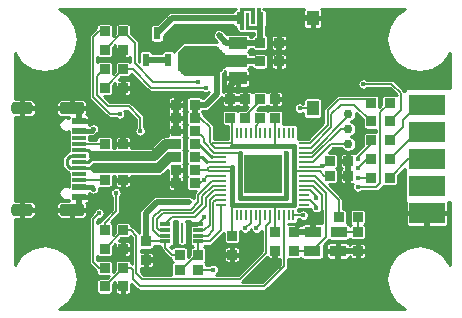
<source format=gtl>
G04*
G04  File:            QL_PICOVGA_V2.GTL, Sun Mar 30 12:24:59 2025*
G04  Format:          Gerber Format (RS-274-D), ASCII*
G04*
G04  Format Options:  Absolute Positioning*
G04                   Leading-Zero Suppression*
G04                   Scale Factor 1:1*
G04                   NO Circular Interpolation*
G04                   Inch Units*
G04                   Numeric Format: 4.4 (XXXX.XXXX)*
G04                   G54 NOT Used for Aperture Change*
G04                   Apertures Embedded*
G04*
G04  File Options:    Offset = (0.0mil,0.0mil)*
G04                   Drill Symbol Size = 80.0mil*
G04                   No Pad/Via Holes*
G04*
G04  File Contents:   Pads*
G04                   Vias*
G04                   No Designators*
G04                   No Types*
G04                   No Values*
G04                   No Drill Symbols*
G04                   Top*
G04*
%INQL_PICOVGA_V2.GTL*%
%ICAS*%
%MOIN*%
G04*
G04  Aperture MACROs for general use --- invoked via D-code assignment *
G04*
G04  General MACRO for flashed round with rotation and/or offset hole *
%AMROTOFFROUND*
1,1,$1,0.0000,0.0000*
1,0,$2,$3,$4*%
G04*
G04  General MACRO for flashed oval (obround) with rotation and/or offset hole *
%AMROTOFFOVAL*
21,1,$1,$2,0.0000,0.0000,$3*
1,1,$4,$5,$6*
1,1,$4,0-$5,0-$6*
1,0,$7,$8,$9*%
G04*
G04  General MACRO for flashed oval (obround) with rotation and no hole *
%AMROTOVALNOHOLE*
21,1,$1,$2,0.0000,0.0000,$3*
1,1,$4,$5,$6*
1,1,$4,0-$5,0-$6*%
G04*
G04  General MACRO for flashed rectangle with rotation and/or offset hole *
%AMROTOFFRECT*
21,1,$1,$2,0.0000,0.0000,$3*
1,0,$4,$5,$6*%
G04*
G04  General MACRO for flashed rectangle with rotation and no hole *
%AMROTRECTNOHOLE*
21,1,$1,$2,0.0000,0.0000,$3*%
G04*
G04  General MACRO for flashed rounded-rectangle *
%AMROUNDRECT*
21,1,$1,$2-$4,0.0000,0.0000,$3*
21,1,$1-$4,$2,0.0000,0.0000,$3*
1,1,$4,$5,$6*
1,1,$4,$7,$8*
1,1,$4,0-$5,0-$6*
1,1,$4,0-$7,0-$8*
1,0,$9,$10,$11*%
G04*
G04  General MACRO for flashed rounded-rectangle with rotation and no hole *
%AMROUNDRECTNOHOLE*
21,1,$1,$2-$4,0.0000,0.0000,$3*
21,1,$1-$4,$2,0.0000,0.0000,$3*
1,1,$4,$5,$6*
1,1,$4,$7,$8*
1,1,$4,0-$5,0-$6*
1,1,$4,0-$7,0-$8*%
G04*
G04  General MACRO for flashed regular polygon *
%AMREGPOLY*
5,1,$1,0.0000,0.0000,$2,$3+$4*
1,0,$5,$6,$7*%
G04*
G04  General MACRO for flashed regular polygon with no hole *
%AMREGPOLYNOHOLE*
5,1,$1,0.0000,0.0000,$2,$3+$4*%
G04*
G04  General MACRO for target *
%AMTARGET*
6,0,0,$1,$2,$3,4,$4,$5,$6*%
G04*
G04  General MACRO for mounting hole *
%AMMTHOLE*
1,1,$1,0,0*
1,0,$2,0,0*
$1=$1-$2*
$1=$1/2*
21,1,$2+$1,$3,0,0,$4*
21,1,$3,$2+$1,0,0,$4*%
G04*
G04*
G04  D10 : "Ellipse X4.0mil Y4.0mil H0.0mil 0.0deg (0.0mil,0.0mil) Draw"*
G04  Disc: OuterDia=0.0040*
%ADD10C, 0.0040*%
G04  D11 : "Ellipse X10.0mil Y10.0mil H0.0mil 0.0deg (0.0mil,0.0mil) Draw"*
G04  Disc: OuterDia=0.0100*
%ADD11C, 0.0100*%
G04  D12 : "Ellipse X11.0mil Y11.0mil H0.0mil 0.0deg (0.0mil,0.0mil) Draw"*
G04  Disc: OuterDia=0.0110*
%ADD12C, 0.0110*%
G04  D13 : "Ellipse X12.0mil Y12.0mil H0.0mil 0.0deg (0.0mil,0.0mil) Draw"*
G04  Disc: OuterDia=0.0120*
%ADD13C, 0.0120*%
G04  D14 : "Ellipse X14.0mil Y14.0mil H0.0mil 0.0deg (0.0mil,0.0mil) Draw"*
G04  Disc: OuterDia=0.0140*
%ADD14C, 0.0140*%
G04  D15 : "Ellipse X15.0mil Y15.0mil H0.0mil 0.0deg (0.0mil,0.0mil) Draw"*
G04  Disc: OuterDia=0.0150*
%ADD15C, 0.0150*%
G04  D16 : "Ellipse X16.0mil Y16.0mil H0.0mil 0.0deg (0.0mil,0.0mil) Draw"*
G04  Disc: OuterDia=0.0160*
%ADD16C, 0.0160*%
G04  D17 : "Ellipse X2.0mil Y2.0mil H0.0mil 0.0deg (0.0mil,0.0mil) Draw"*
G04  Disc: OuterDia=0.0020*
%ADD17C, 0.0020*%
G04  D18 : "Ellipse X2.0mil Y2.0mil H0.0mil 0.0deg (0.0mil,0.0mil) Draw"*
G04  Disc: OuterDia=0.0020*
%ADD18C, 0.0020*%
G04  D19 : "Ellipse X20.0mil Y20.0mil H0.0mil 0.0deg (0.0mil,0.0mil) Draw"*
G04  Disc: OuterDia=0.0200*
%ADD19C, 0.0200*%
G04  D20 : "Ellipse X32.0mil Y32.0mil H0.0mil 0.0deg (0.0mil,0.0mil) Draw"*
G04  Disc: OuterDia=0.0320*
%ADD20C, 0.0320*%
G04  D21 : "Ellipse X6.0mil Y6.0mil H0.0mil 0.0deg (0.0mil,0.0mil) Draw"*
G04  Disc: OuterDia=0.0060*
%ADD21C, 0.0060*%
G04  D22 : "Ellipse X8.0mil Y8.0mil H0.0mil 0.0deg (0.0mil,0.0mil) Draw"*
G04  Disc: OuterDia=0.0080*
%ADD22C, 0.0080*%
G04  D23 : "Ellipse X196.9mil Y196.9mil H0.0mil 0.0deg (0.0mil,0.0mil) Flash"*
G04  Disc: OuterDia=0.1969*
%ADD23C, 0.1969*%
G04  D24 : "Ellipse X25.6mil Y25.6mil H0.0mil 0.0deg (0.0mil,0.0mil) Flash"*
G04  Disc: OuterDia=0.0256*
%ADD24C, 0.0256*%
G04  D25 : "Ellipse X30.0mil Y30.0mil H0.0mil 0.0deg (0.0mil,0.0mil) Flash"*
G04  Disc: OuterDia=0.0300*
%ADD25C, 0.0300*%
G04  D26 : "Mounting Hole X196.9mil Y196.9mil H0.0mil 0.0deg (0.0mil,0.0mil) Flash"*
G04  Mounting Hole: Diameter=0.1969, Rotation=0.0, LineWidth=0.0050 *
%ADD26MTHOLE, 0.1969 X0.1769 X0.0050 X0.0*%
G04  D27 : "Mounting Hole X25.6mil Y25.6mil H0.0mil 0.0deg (0.0mil,0.0mil) Flash"*
G04  Mounting Hole: Diameter=0.0256, Rotation=0.0, LineWidth=0.0050 *
%ADD27MTHOLE, 0.0256 X0.0056 X0.0050 X0.0*%
G04  D28 : "Rounded Rectangle X59.1mil Y35.4mil H0.0mil 0.0deg (0.0mil,0.0mil) Flash"*
G04  RoundRct: DimX=0.0591, DimY=0.0354, CornerRad=0.0089, Rotation=0.0, OffsetX=0.0000, OffsetY=0.0000, HoleDia=0.0000 *
%ADD28ROUNDRECTNOHOLE, 0.0591 X0.0354 X0.0 X0.0177 X-0.0207 X-0.0089 X-0.0207 X0.0089*%
G04  D29 : "Rounded Rectangle X70.9mil Y39.4mil H0.0mil 0.0deg (0.0mil,0.0mil) Flash"*
G04  RoundRct: DimX=0.0709, DimY=0.0394, CornerRad=0.0098, Rotation=0.0, OffsetX=0.0000, OffsetY=0.0000, HoleDia=0.0000 *
%ADD29ROUNDRECTNOHOLE, 0.0709 X0.0394 X0.0 X0.0197 X-0.0256 X-0.0098 X-0.0256 X0.0098*%
G04  D30 : "Rounded Rectangle X82.7mil Y39.4mil H0.0mil 0.0deg (0.0mil,0.0mil) Flash"*
G04  RoundRct: DimX=0.0827, DimY=0.0394, CornerRad=0.0098, Rotation=0.0, OffsetX=0.0000, OffsetY=0.0000, HoleDia=0.0000 *
%ADD30ROUNDRECTNOHOLE, 0.0827 X0.0394 X0.0 X0.0197 X-0.0315 X-0.0098 X-0.0315 X0.0098*%
G04  D31 : "Rectangle X45.3mil Y11.8mil H0.0mil 0.0deg (0.0mil,0.0mil) Flash"*
G04  Rectangular: DimX=0.0453, DimY=0.0118, Rotation=0.0, OffsetX=0.0000, OffsetY=0.0000, HoleDia=0.0000 *
%ADD31R, 0.0453 X0.0118*%
G04  D32 : "Rectangle X120.0mil Y70.0mil H0.0mil 0.0deg (0.0mil,0.0mil) Flash"*
G04  Rectangular: DimX=0.1200, DimY=0.0700, Rotation=0.0, OffsetX=0.0000, OffsetY=0.0000, HoleDia=0.0000 *
%ADD32R, 0.1200 X0.0700*%
G04  D33 : "Rectangle X126.0mil Y126.0mil H0.0mil 0.0deg (0.0mil,0.0mil) Flash"*
G04  Square: Side=0.1260, Rotation=0.0, OffsetX=0.0000, OffsetY=0.0000, HoleDia=0.0000*
%ADD33R, 0.1260 X0.1260*%
G04  D34 : "Rectangle X129.9mil Y129.9mil H0.0mil 0.0deg (0.0mil,0.0mil) Flash"*
G04  Square: Side=0.1299, Rotation=0.0, OffsetX=0.0000, OffsetY=0.0000, HoleDia=0.0000*
%ADD34R, 0.1299 X0.1299*%
G04  D35 : "Rectangle X45.3mil Y23.6mil H0.0mil 0.0deg (0.0mil,0.0mil) Flash"*
G04  Rectangular: DimX=0.0453, DimY=0.0236, Rotation=0.0, OffsetX=0.0000, OffsetY=0.0000, HoleDia=0.0000 *
%ADD35R, 0.0453 X0.0236*%
G04  D36 : "Rectangle X32.0mil Y32.0mil H0.0mil 0.0deg (0.0mil,0.0mil) Flash"*
G04  Square: Side=0.0320, Rotation=0.0, OffsetX=0.0000, OffsetY=0.0000, HoleDia=0.0000*
%ADD36R, 0.0320 X0.0320*%
G04  D37 : "Rectangle X35.4mil Y11.8mil H0.0mil 0.0deg (0.0mil,0.0mil) Flash"*
G04  Rectangular: DimX=0.0354, DimY=0.0118, Rotation=0.0, OffsetX=0.0000, OffsetY=0.0000, HoleDia=0.0000 *
%ADD37R, 0.0354 X0.0118*%
G04  D38 : "Rectangle X35.4mil Y7.9mil H0.0mil 0.0deg (0.0mil,0.0mil) Flash"*
G04  Rectangular: DimX=0.0354, DimY=0.0079, Rotation=0.0, OffsetX=0.0000, OffsetY=0.0000, HoleDia=0.0000 *
%ADD38R, 0.0354 X0.0079*%
G04  D39 : "Rectangle X7.9mil Y35.4mil H0.0mil 0.0deg (0.0mil,0.0mil) Flash"*
G04  Rectangular: DimX=0.0079, DimY=0.0354, Rotation=0.0, OffsetX=0.0000, OffsetY=0.0000, HoleDia=0.0000 *
%ADD39R, 0.0079 X0.0354*%
G04  D40 : "Rectangle X22.0mil Y40.0mil H0.0mil 0.0deg (0.0mil,0.0mil) Flash"*
G04  Rectangular: DimX=0.0220, DimY=0.0400, Rotation=0.0, OffsetX=0.0000, OffsetY=0.0000, HoleDia=0.0000 *
%ADD40R, 0.0220 X0.0400*%
G04  D41 : "Rectangle X60.0mil Y40.0mil H0.0mil 0.0deg (0.0mil,0.0mil) Flash"*
G04  Rectangular: DimX=0.0600, DimY=0.0400, Rotation=0.0, OffsetX=0.0000, OffsetY=0.0000, HoleDia=0.0000 *
%ADD41R, 0.0600 X0.0400*%
G04  D42 : "Rectangle X40.0mil Y50.0mil H0.0mil 0.0deg (0.0mil,0.0mil) Flash"*
G04  Rectangular: DimX=0.0400, DimY=0.0500, Rotation=0.0, OffsetX=0.0000, OffsetY=0.0000, HoleDia=0.0000 *
%ADD42R, 0.0400 X0.0500*%
G04  D43 : "Rectangle X55.1mil Y35.4mil H0.0mil 0.0deg (0.0mil,0.0mil) Flash"*
G04  Rectangular: DimX=0.0551, DimY=0.0354, Rotation=0.0, OffsetX=0.0000, OffsetY=0.0000, HoleDia=0.0000 *
%ADD43R, 0.0551 X0.0354*%
G04  D44 : "Rectangle X9.8mil Y65.0mil H0.0mil 0.0deg (0.0mil,0.0mil) Flash"*
G04  Rectangular: DimX=0.0098, DimY=0.0650, Rotation=0.0, OffsetX=0.0000, OffsetY=0.0000, HoleDia=0.0000 *
%ADD44R, 0.0098 X0.0650*%
G04  D45 : "Ellipse X16.0mil Y16.0mil H0.0mil 0.0deg (0.0mil,0.0mil) Flash"*
G04  Disc: OuterDia=0.0160*
%ADD45C, 0.0160*%
G04*
%FSLAX44Y44*%
%SFA1B1*%
%OFA0.0000B0.0000*%
G04*
G70*
G90*
G01*
D2*
%LNTop*%
D21*
X17875Y14625*
X17250Y14000D1*
X17875Y13375D2*
X17250Y12750D1*
Y13375D2*
X17062D1*
X16875Y13562*
X17250Y14625D2*
Y14875D1*
D2*
D19*
X17875Y14000*
X17562Y13687D1*
X16307Y15307D2*
X16389Y15389D1*
X16153Y15307D2*
X16307D1*
X16389Y15740D2*
Y15389D1*
D2*
D12*
Y17295*
X16704D1*
X16389Y16901D2*
X16701D1*
X16095Y16704D2*
X16000Y16800D1*
Y17000*
X16095Y16704D2*
X16389D1*
Y17098D2*
X16098D1*
X16000Y17000*
D2*
D21*
X16389Y16311*
X17248D1*
X17250Y16312*
X16389Y17492D2*
X17242D1*
X17250Y17500*
X17625Y15250D2*
Y15875D1*
D2*
D16*
X16819Y16055*
X16875Y16000D1*
X16389Y16055D2*
X16819D1*
D2*
D12*
X16704Y17295*
X16900Y17100D1*
X16701Y16901D2*
X16900Y17100D1*
X16389Y16704D2*
X16929D1*
D2*
D20*
X16937Y16712D1*
D2*
D19*
X17875Y17500*
Y17812D1*
X16389Y18547D2*
X16244Y18692D1*
X16153D2*
X16244D1*
X16389Y18259D2*
Y18547D1*
D2*
D21*
X17875Y20000*
X17250Y19375D1*
D2*
D19*
X17875Y20625*
X17562Y20312D1*
D2*
D21*
X17250Y20000*
X17000Y19750D1*
D2*
D19*
X17875Y19375*
X17562Y19062D1*
D2*
D21*
X17000Y19750*
Y19125D1*
X17375Y18750*
X16875Y19062D2*
X17437Y18500D1*
X17750*
X17062Y21250D2*
X17250D1*
X17062D2*
X16875Y21062D1*
X19750Y13812D2*
X19500D1*
X19272Y14039*
X20581Y14643D2*
X20750Y14812D1*
X20687Y14446D2*
X20875Y14634D1*
X20375Y14643D2*
X20581D1*
X20375Y14446D2*
X20687D1*
X19272Y14250D2*
Y14039D1*
X20375Y14250D2*
X20750D1*
X19272D2*
X18625D1*
X19062Y14643D2*
X19272D1*
X19062D2*
X19000Y14706D1*
X18500Y13000D2*
X18312Y13187D1*
Y14437*
X18125Y14625*
Y13375D2*
X18187Y13312D1*
Y13000*
X18437Y12750*
X20375Y13312D2*
X20875D1*
X20375Y13812D2*
X20312D1*
X19812Y13312*
X19750*
X20375Y14250D2*
Y13812D1*
D2*
D19*
X18625Y13625*
X18937D1*
D2*
D21*
X19062Y14446*
X19272D1*
X18875Y14634D2*
X19062Y14446D1*
X20375Y15562D2*
Y15812D1*
X20125Y15312D2*
X20375Y15562D1*
X20949Y15636D2*
X20875Y15562D1*
X20919Y15794D2*
X20750Y15625D1*
X20889Y15951D2*
X20625Y15687D1*
X20859Y16109D2*
X20500Y15750D1*
X20687Y16687D2*
Y16625D1*
X20739Y16739D2*
X20687Y16687D1*
X20730Y16581D2*
X20687Y16625D1*
X20674Y16424D2*
X20562Y16312D1*
X20829Y16266D2*
X20375Y15812D1*
X20562Y16312D2*
X20437Y16187D1*
X20250*
X19125Y15312D2*
X20125D1*
X20312Y17937D2*
X20250D1*
X20562Y17562D2*
Y17687D1*
X20750Y17562D2*
X20812Y17500D1*
X20943Y17369*
X20812Y17500D2*
X20839Y17526D1*
X20562Y17687D2*
X20312Y17937D1*
X20913Y17211D2*
X20562Y17562D1*
X20250Y16625D2*
X20687D1*
X19125Y15312D2*
X18875Y15062D1*
D2*
D12*
X20500Y17062*
X20250D1*
X20665Y16896D2*
X20500Y17062D1*
X20250Y17500D2*
X20375D1*
X20820Y17054D2*
X20375Y17500D1*
D2*
D19*
X19625Y16625*
Y16187D1*
X19000Y15562D2*
X18625Y15187D1*
D2*
D20*
X19625Y17062*
X19412D1*
X19625Y17500D2*
X19300D1*
X18900Y17100*
X19412Y17062D2*
X19062Y16712D1*
D2*
D19*
X19625Y16187*
X19937Y15875D1*
D2*
D21*
X19187Y15187*
X20187D1*
X20500Y15500D2*
Y15750D1*
X20187Y15187D2*
X20500Y15500D1*
X19494Y15062D2*
X20250D1*
X20625Y15437D2*
Y15687D1*
X20250Y15062D2*
X20625Y15437D1*
D2*
D19*
X20062Y15562*
X19000D1*
D2*
D21*
X20750Y18062*
X20437Y18375D1*
X20250*
D2*
D19*
Y18812D1*
X20625*
D2*
D21*
X18250Y20875*
Y20187D1*
D2*
D19*
X18625Y20312*
X19000D1*
X19375*
X19625Y18375D2*
Y18812D1*
D2*
D21*
X18250Y20187*
X18875Y19562D1*
X18187Y20000D2*
X18812Y19375D1*
X20625D2*
X18812D1*
X20375Y19562D2*
X18875D1*
X18437Y18375D2*
X18062Y18750D1*
D2*
D14*
X20000Y19187*
X20125D1*
X19625Y18812D2*
X20000Y19187D1*
D2*
D19*
X19500Y21687*
X19000Y21187D1*
D2*
D21*
X23567Y13932*
X23562Y13937D1*
X22759Y14884D2*
X22625Y14750D1*
X22917Y14582D2*
X22937Y14562D1*
D2*
D19*
Y13937*
Y13562D1*
D2*
D21*
X22625Y14750*
Y13875D1*
X21750Y13000*
X22562Y12750D2*
X23232Y13419D1*
X22129Y14879D2*
X21937Y14687D1*
X22444Y14819D2*
X22312Y14687D1*
X21500Y15125D2*
Y15457D1*
D2*
D16*
Y16581*
Y16739D1*
X21750Y15707D2*
Y16375D1*
D2*
D21*
X22917Y15125*
Y15457D1*
D2*
D19*
X22312Y16687*
Y16312D1*
X22750*
Y16687*
X22523*
X22312*
X22523Y16502D2*
Y16687D1*
D2*
D21*
X23901Y16581*
X23562D1*
D2*
D16*
Y15457*
Y16581D1*
Y15457D2*
X22917D1*
X23312Y15707D2*
X21750D1*
X22917Y15457D2*
X21500D1*
D2*
D21*
X21431Y17369*
X21500Y17437D1*
Y17526*
Y17880*
X22917Y17437D2*
Y17880D1*
D2*
D16*
X23562Y17437*
X22917D1*
X21500*
X21750Y16375D2*
Y17211D1*
X23312Y15707D2*
Y17187D1*
X23562Y16581D2*
Y17437D1*
D2*
D22*
X21500Y16581*
X21145D1*
X21500Y16739D2*
X21145D1*
D2*
D21*
X21431Y17369*
X21145D1*
X21500Y17526D2*
X21145D1*
D2*
D22*
Y17211*
X21750D1*
D2*
D21*
X23547Y15125*
X23875D1*
D2*
D16*
X21500Y15562*
Y16581D1*
Y15457D2*
Y15562D1*
D2*
D21*
Y18312*
X21437Y18375D1*
X22287Y18099D2*
X22437Y18250D1*
X22917Y18354D2*
X22937Y18375D1*
X22437Y18937D2*
Y19000D1*
X21937Y18437D2*
X22437Y18937D1*
Y18250D2*
Y18375D1*
X21937D2*
Y18437D1*
D2*
D19*
X22431Y20868*
X22437Y20875D1*
X21687Y20868D2*
X22431D1*
X21687Y20875D2*
Y20868D1*
Y20875D2*
X21312D1*
X22409Y20278D2*
X22437Y20250D1*
X23062Y20875D2*
Y20250D1*
Y20875D2*
X23437D1*
X21437Y19000D2*
X21937D1*
X21687Y19687D2*
X22437D1*
X21687D2*
X21437Y19437D1*
Y19000*
X22937D2*
Y19187D1*
X22437Y19687*
X25033Y13932D2*
X25038Y13937D1*
D2*
D21*
X25053Y14562*
X25687D1*
D2*
D19*
X25038Y13937*
X25687D1*
D2*
D21*
X24167Y13932*
X24625Y14389D1*
D2*
D19*
X25033Y13932*
Y13591D1*
D2*
D21*
X24203Y16109*
X24500Y15812D1*
X24233Y16266D2*
X24625Y15875D1*
X24263Y16424D2*
X25062Y15625D1*
Y15062*
X26125Y16375D2*
X25687D1*
X26125Y17000D2*
X26000D1*
X25687Y16687*
Y16062D2*
X26312D1*
X26437Y16187*
X25687Y17062D2*
Y17000D1*
X26125Y17625D2*
Y17500D1*
X25687Y17062*
X24489Y16739D2*
X24500Y16750D1*
D2*
D19*
X25375Y16000*
X25312Y15937D1*
D2*
D21*
X24500Y15250*
X24312Y15062D1*
X24500Y15812D2*
Y15250D1*
X24312Y15750D2*
Y15687D1*
X24110Y15951D2*
X24312Y15750D1*
D2*
D19*
X25375Y16000*
Y16437D1*
Y16937*
D2*
D21*
X24500Y16750*
X24562D1*
X24750Y16937*
X24418Y16581D2*
X24562Y16437D1*
X24750*
X24812Y17500D2*
X25375D1*
X24209Y16896D2*
X24812Y17500D1*
X24312Y15375D2*
Y15418D1*
X24093Y15636*
X24812Y18500D2*
X25125Y18812D1*
X25562*
X26125Y18250*
X24687Y18125D2*
Y18625D1*
X25062Y19000*
X26000*
X26125Y18875*
X26437Y18562D2*
X26750Y18875D1*
X25875Y19500D2*
X26812D1*
X25375Y18500D2*
Y18437D1*
X24812Y18056D2*
Y18500D1*
X27375Y17000D2*
X28000D1*
Y17900D2*
X27650D1*
X28000Y18800D2*
X27675D1*
X27187Y18312*
Y18062*
X27125Y19187D2*
Y18625D1*
D2*
D16*
X16389Y17944*
X16569D1*
D2*
D21*
X17875Y21250*
X17250Y20625D1*
X16875Y13562D2*
Y15000D1*
X17062Y15187*
X17250Y14875D2*
X17625Y15250D1*
D2*
D16*
X16819Y17944*
X16875Y18000D1*
X16569Y17944D2*
X16819D1*
D2*
D21*
X16875Y21062*
Y19062D1*
X19272Y14840D2*
X19494Y15062D1*
X20750Y15625D2*
Y14812D1*
X20875Y14634D2*
Y15562D1*
X20750Y17562D2*
Y18062D1*
X19187Y15187D2*
X19000Y15000D1*
Y14706*
D2*
D19*
X19625Y17937*
Y18375D1*
X18625Y15187D2*
Y14250D1*
D2*
D21*
X18875Y15062*
Y14634D1*
D2*
D22*
X20375Y14840*
X20562Y15028D1*
Y15062*
D2*
D21*
X18437Y17937*
Y18375D1*
X21500Y14437D2*
Y15125D1*
X22759D2*
Y14884D1*
X22917Y14582D2*
Y15125D1*
X21500Y17880D2*
Y18312D1*
X22287Y17880D2*
Y18099D1*
X22917Y17880D2*
Y18354D1*
X21145Y15479D2*
Y14645D1*
D2*
D19*
X22437Y21687*
Y20875D1*
D2*
D21*
X22129Y15125*
Y14879D1*
X22444Y15125D2*
Y14819D1*
X25687Y15062D2*
Y14562D1*
X24625Y14389D2*
Y15875D1*
X24089Y17526D2*
X24687Y18125D1*
X26437Y16187D2*
Y18562D1*
D2*
D19*
X24312Y15062*
X24187Y14937D1*
Y14562D2*
Y14937D1*
D2*
D21*
X25125Y18000*
X25375D1*
X24179Y17054D2*
X25125Y18000D1*
X24149Y17211D2*
X25375Y18437D1*
X24125Y17369D2*
X24812Y18056D1*
D2*
D19*
X28000Y15200*
Y14687D1*
D2*
D21*
X23232Y13419*
Y15125D1*
X24167Y13932D2*
X23567D1*
X20750Y14250D2*
X21145Y14645D1*
D2*
D19*
X23562Y14562*
X24187D1*
X21500Y13812D2*
X21000D1*
D2*
D21*
X21750Y13000*
X18500D1*
X18125Y14625D2*
X17875D1*
Y13375D2*
X18125D1*
X18437Y12750D2*
X22562D1*
X23901Y17526D2*
X24089D1*
X21145Y15794D2*
X20919D1*
X21145Y15636D2*
X20949D1*
X21145Y15951D2*
X20889D1*
X21145Y16109D2*
X20859D1*
X21145Y16266D2*
X20829D1*
X21145Y16424D2*
X20674D1*
D2*
D22*
X21145Y16581*
X20730D1*
X21145Y16739D2*
X20739D1*
D2*
D21*
X21145Y17211*
X20913D1*
X23901Y15951D2*
X24110D1*
X23901Y16109D2*
X24203D1*
X24418Y16581D2*
X23901D1*
X24263Y16424D2*
X23901D1*
X24233Y16266D2*
X23901D1*
X21145Y17369D2*
X20943D1*
X21145Y17526D2*
X20839D1*
X21145Y16896D2*
X20665D1*
X21145Y17054D2*
X20820D1*
D2*
D20*
X16900Y17100*
X18900D1*
X16937Y16712D2*
X19062D1*
D2*
D19*
X17875Y16312*
X18187D1*
D2*
D21*
X23901Y16739*
X24489D1*
X23901Y16896D2*
X24209D1*
X23901Y17054D2*
X24179D1*
X23901Y17211D2*
X24149D1*
X23901Y17369D2*
X24125D1*
X23901Y15636D2*
X24093D1*
X23750Y18687D2*
X24187D1*
D2*
D19*
X20987Y20278*
Y19175D1*
X20625Y18812D2*
X20987Y19175D1*
Y20278D2*
X22409D1*
D2*
D21*
X17875Y20000*
X18187D1*
X18062Y18750D2*
X17375D1*
D2*
D19*
X24187Y21687*
X23750D1*
X19500D2*
X21750D1*
D2*
D21*
X26750Y16375*
X27375Y17000D1*
X27650Y17900D2*
X26750Y17000D1*
X26812Y19500D2*
X27125Y19187D1*
Y18625D2*
X26750Y18250D1*
D2*
D19*
X21062Y21125*
X21312Y20875D1*
D2*
D21*
X17875Y21250*
X18250Y20875D1*
X27187Y18062D2*
X26750Y17625D1*
D2*
D11*
X20090Y14922*
X19970D1*
X19976Y14912*
X19983Y14880*
Y14209*
X19976Y14177*
X19952Y14141*
X19915Y14116*
X19883Y14110*
X19763*
X19731Y14116*
X19695Y14141*
X19670Y14177*
X19664Y14209*
Y14880*
X19670Y14912*
X19677Y14922*
X19557*
X19559Y14910*
Y14770*
X19554Y14742*
X19559Y14713*
Y14573*
X19554Y14545*
X19559Y14516*
Y14376*
X19554Y14348*
X19559Y14319*
Y14180*
X19553Y14148*
X19529Y14111*
X19492Y14087*
X19460Y14080*
X19429*
X19489Y14020*
X19510Y14051*
X19547Y14076*
X19579Y14082*
X19920*
X19952Y14076*
X19989Y14051*
X20013Y14015*
X20020Y13983*
Y13717*
X20105Y13802*
Y13983*
X20111Y14015*
X20135Y14051*
X20172Y14076*
X20196Y14080*
X20187*
X20154Y14087*
X20118Y14111*
X20094Y14148*
X20087Y14180*
Y14319*
X20093Y14348*
X20087Y14376*
Y14516*
X20093Y14545*
X20087Y14573*
Y14713*
X20093Y14742*
X20087Y14770*
Y14910*
X20090Y14922*
X20020Y13792D2*
X20095D1*
X20020Y13867D2*
X20105D1*
X20020Y13942D2*
X20105D1*
X20011Y14017D2*
X20113D1*
X19501Y14092D2*
X20146D1*
X19557Y14167D2*
X19677D1*
X19970D2*
X20090D1*
X19559Y14242D2*
X19664D1*
X19983D2*
X20087D1*
X19559Y14317D2*
X19664D1*
X19983D2*
X20087D1*
X19559Y14392D2*
X19664D1*
X19983D2*
X20087D1*
X19559Y14467D2*
X19664D1*
X19983D2*
X20087D1*
X19554Y14542D2*
X19664D1*
X19983D2*
X20093D1*
X19559Y14617D2*
X19664D1*
X19983D2*
X20087D1*
X19559Y14692D2*
X19664D1*
X19983D2*
X20087D1*
X19559Y14767D2*
X19664D1*
X19983D2*
X20088D1*
X19559Y14842D2*
X19664D1*
X19983D2*
X20087D1*
X19558Y14917D2*
X19674D1*
X19973D2*
X20089D1*
D2*
D15*
X20300Y14840*
X20087D1*
D2*
D11*
X19018Y14110*
X18895D1*
Y14079*
X18888Y14047*
X18864Y14010*
X18827Y13986*
X18795Y13980*
X18454*
X18452Y13980*
Y13894*
X18454Y13895*
X18795*
X18827Y13888*
X18864Y13864*
X18888Y13827*
X18895Y13795*
Y13454*
X18888Y13422*
X18864Y13385*
X18827Y13361*
X18795Y13355*
X18454*
X18452Y13355*
Y13245*
X18557Y13140*
X19480*
X19480Y13141*
Y13483*
X19486Y13515*
X19510Y13551*
X19526Y13562*
X19510Y13573*
X19486Y13609*
X19480Y13641*
Y13672*
X19472*
X19420Y13693*
X19381Y13733*
X19193Y13921*
X19153Y13960*
X19132Y14012*
Y14067*
Y14080*
X19084*
X19052Y14087*
X19018Y14110*
X18557Y13140D2*
X19480D1*
X18482Y13215D2*
X19480D1*
X18452Y13290D2*
X19480D1*
X18833Y13365D2*
X19480D1*
X18892Y13440D2*
X19480D1*
X18895Y13515D2*
X19486D1*
X18895Y13590D2*
X19499D1*
X18895Y13665D2*
X19480D1*
X18895Y13740D2*
X19374D1*
X18891Y13815D2*
X19299D1*
X18820Y13890D2*
X19224D1*
X18452Y13965D2*
X19152D1*
X18883Y14040D2*
X19132D1*
D2*
D15*
X18625Y13550*
Y13355D1*
X18700Y13625D2*
X18895D1*
X18625Y13700D2*
Y13895D1*
D2*
D11*
X22677Y13729*
X21868Y12920D1*
X21837Y12890*
X22504*
X23092Y13477*
Y13667*
X22766*
X22734Y13673*
X22698Y13698*
X22677Y13729*
X21837Y12890D2*
X22504D1*
X21912Y12965D2*
X22579D1*
X21987Y13040D2*
X22654D1*
X22062Y13115D2*
X22729D1*
X22137Y13190D2*
X22804D1*
X22212Y13265D2*
X22879D1*
X22287Y13340D2*
X22954D1*
X22362Y13415D2*
X23029D1*
X22437Y13490D2*
X23092D1*
X22512Y13565D2*
X23092D1*
X22587Y13640D2*
X23092D1*
X22662Y13715D2*
X22686D1*
D2*
D15*
X22937Y13862*
Y13667D1*
D2*
D11*
X18135Y14416*
X18114Y14385D1*
X18077Y14361*
X18045Y14355*
X17802*
X17717Y14270*
X18045*
X18077Y14263*
X18114Y14239*
X18138Y14202*
X18145Y14170*
Y13829*
X18138Y13797*
X18114Y13760*
X18077Y13736*
X18045Y13730*
X17704*
X17672Y13736*
X17635Y13760*
X17611Y13797*
X17605Y13829*
Y14157*
X17520Y14072*
Y13829*
X17513Y13797*
X17489Y13760*
X17452Y13736*
X17420Y13730*
X17079*
X17047Y13736*
X17015Y13757*
Y13620*
X17016Y13618*
X17047Y13638*
X17079Y13645*
X17420*
X17452Y13638*
X17489Y13614*
X17513Y13577*
X17520Y13545*
Y13217*
X17605Y13302*
Y13545*
X17611Y13577*
X17635Y13614*
X17672Y13638*
X17704Y13645*
X18045*
X18077Y13638*
X18114Y13614*
X18138Y13577*
X18145Y13545*
Y13515*
X18152*
X18172Y13506*
Y14379*
X18135Y14416*
X17520Y13292D2*
X17595D1*
X17520Y13367D2*
X17605D1*
X17520Y13442D2*
X17605D1*
X17520Y13517D2*
X17605D1*
X18145D2*
X18172D1*
X17503Y13592D2*
X17621D1*
X18128D2*
X18172D1*
X17015Y13667D2*
X18172D1*
X17015Y13742D2*
X17037D1*
X17462D2*
X17662D1*
X18087D2*
X18172D1*
X17517Y13817D2*
X17607D1*
X18142D2*
X18172D1*
X17520Y13892D2*
X17605D1*
X18145D2*
X18172D1*
X17520Y13967D2*
X17605D1*
X18145D2*
X18172D1*
X17520Y14042D2*
X17605D1*
X18145D2*
X18172D1*
X17565Y14117D2*
X17605D1*
X18145D2*
X18172D1*
X18140Y14192D2*
X18172D1*
X18055Y14267D2*
X18172D1*
X17790Y14342D2*
X18172D1*
D2*
D15*
X17800Y14000*
X17605D1*
X17875Y13925D2*
Y13730D1*
X17950Y14000D2*
X18145D1*
X17875Y14075D2*
Y14270D1*
D2*
D11*
X22125Y14656*
X22116Y14613D1*
X22074Y14550*
X22011Y14508*
X21937Y14493*
X21863Y14508*
X21800Y14550*
X21770Y14596*
Y14266*
X21763Y14234*
X21739Y14198*
X21702Y14173*
X21670Y14167*
X21329*
X21297Y14173*
X21260Y14198*
X21236Y14234*
X21230Y14266*
Y14532*
X20868Y14170*
X20829Y14131*
X20777Y14110*
X20629*
X20595Y14087*
X20562Y14080*
X20553*
X20577Y14076*
X20614Y14051*
X20638Y14015*
X20645Y13983*
Y13641*
X20638Y13609*
X20614Y13573*
X20598Y13562*
X20614Y13551*
X20638Y13515*
X20645Y13483*
Y13452*
X20742*
X20800Y13491*
X20875Y13506*
X20949Y13491*
X21011Y13449*
X21053Y13386*
X21068Y13312*
X21053Y13238*
X21011Y13175*
X20958Y13140*
X21692*
X22485Y13932*
Y14603*
X22449Y14550*
X22386Y14508*
X22312Y14493*
X22238Y14508*
X22175Y14550*
X22133Y14613*
X22125Y14656*
X21702Y14076D2*
X21739Y14051D1*
X21763Y14015*
X21770Y13983*
Y13641*
X21763Y13609*
X21739Y13573*
X21702Y13548*
X21670Y13542*
X21329*
X21297Y13548*
X21260Y13573*
X21236Y13609*
X21230Y13641*
Y13983*
X21236Y14015*
X21260Y14051*
X21297Y14076*
X21329Y14082*
X21670*
X21702Y14076*
X20958Y13140D2*
X21692D1*
X21038Y13215D2*
X21767D1*
X21064Y13290D2*
X21842D1*
X21058Y13365D2*
X21917D1*
X21018Y13440D2*
X21992D1*
X20638Y13515D2*
X22067D1*
X20625Y13590D2*
X21249D1*
X21750D2*
X22142D1*
X20645Y13665D2*
X21230D1*
X21770D2*
X22217D1*
X20645Y13740D2*
X21230D1*
X21770D2*
X22292D1*
X20645Y13815D2*
X21230D1*
X21770D2*
X22367D1*
X20645Y13890D2*
X21230D1*
X21770D2*
X22442D1*
X20645Y13965D2*
X21230D1*
X21770D2*
X22485D1*
X20622Y14040D2*
X21252D1*
X21747D2*
X22485D1*
X20789Y14115D2*
X22485D1*
X20887Y14190D2*
X21272D1*
X21727D2*
X22485D1*
X20962Y14265D2*
X21230D1*
X21769D2*
X22485D1*
X21037Y14340D2*
X21230D1*
X21770D2*
X22485D1*
X21112Y14415D2*
X21230D1*
X21770D2*
X22485D1*
X21187Y14490D2*
X21230D1*
X21770D2*
X22485D1*
X21770Y14565D2*
X21790D1*
X22084D2*
X22165D1*
X22459D2*
X22485D1*
X22121Y14640D2*
X22128D1*
D2*
D15*
X21500Y13887*
Y14082D1*
X21425Y13812D2*
X21230D1*
X21500Y13737D2*
Y13542D1*
X21575Y13812D2*
X21770D1*
D2*
D11*
X17605Y20782*
X17520Y20697D1*
Y20454*
X17513Y20422*
X17489Y20385*
X17452Y20361*
X17420Y20355*
X17079*
X17047Y20361*
X17015Y20382*
Y20242*
X17047Y20263*
X17079Y20270*
X17420*
X17452Y20263*
X17489Y20239*
X17513Y20202*
X17520Y20170*
Y19842*
X17605Y19927*
Y20170*
X17611Y20202*
X17635Y20239*
X17672Y20263*
X17704Y20270*
X18045*
X18077Y20263*
X18110Y20242*
Y20382*
X18077Y20361*
X18045Y20355*
X17704*
X17672Y20361*
X17635Y20385*
X17611Y20422*
X17605Y20454*
Y20782*
X17520Y19917D2*
X17595D1*
X17520Y19992D2*
X17605D1*
X17520Y20067D2*
X17605D1*
X17520Y20142D2*
X17605D1*
X17503Y20217D2*
X17621D1*
X17015Y20292D2*
X18110D1*
X17015Y20367D2*
X17037D1*
X17462D2*
X17662D1*
X18087D2*
X18110D1*
X17517Y20442D2*
X17607D1*
X17520Y20517D2*
X17605D1*
X17520Y20592D2*
X17605D1*
X17520Y20667D2*
X17605D1*
X17565Y20742D2*
X17605D1*
D2*
D15*
X17800Y20625*
X17605D1*
X17875Y20550D2*
Y20355D1*
D2*
D11*
X24125Y15339*
X24121Y15336D1*
X24089Y15329*
X23713*
X23705Y15331*
X23695Y15321*
X23696Y15312*
Y15265*
X23742*
X23800Y15303*
X23875Y15318*
X23949Y15303*
X24011Y15261*
X24053Y15199*
X24068Y15125*
X24053Y15050*
X24011Y14988*
X23949Y14946*
X23875Y14931*
X23800Y14946*
X23742Y14985*
X23696*
Y14937*
X23690Y14904*
X23665Y14868*
X23629Y14844*
X23597Y14837*
X23497*
X23468Y14843*
X23439Y14837*
X23372*
Y14828*
X23391Y14832*
X23733*
X23765Y14826*
X23801Y14801*
X23811Y14787*
X23832Y14818*
X23868Y14843*
X23901Y14849*
X24473*
X24485Y14847*
Y15291*
X24449Y15238*
X24386Y15196*
X24312Y15181*
X24238Y15196*
X24175Y15238*
X24133Y15300*
X24125Y15339*
X23656Y14862D2*
X24485D1*
X23696Y14937D2*
X23844D1*
X23905D2*
X24485D1*
X24028Y15012D2*
X24485D1*
X24061Y15087D2*
X24485D1*
X24061Y15162D2*
X24485D1*
X24028Y15237D2*
X24176D1*
X24448D2*
X24485D1*
X23696Y15312D2*
X23842D1*
X23907D2*
X24131D1*
D2*
D15*
X23562Y14637*
X23733Y14832D1*
X24187Y14637D2*
Y14849D1*
D2*
D11*
X21167Y19060*
X21165Y19056D1*
X20803Y18693*
X20743Y18634*
X20666Y18602*
X20508*
X20503Y18593*
X20513Y18577*
X20520Y18545*
Y18490*
X20829Y18181*
X20868Y18141*
X20890Y18090*
Y17666*
X20921*
X20925Y17669*
X20957Y17675*
X21333*
X21354Y17671*
X21350Y17692*
Y18068*
X21357Y18100*
X21359Y18105*
X21266*
X21234Y18111*
X21198Y18135*
X21173Y18172*
X21167Y18204*
Y18545*
X21173Y18577*
X21198Y18614*
X21234Y18638*
X21266Y18645*
X21608*
X21640Y18638*
X21676Y18614*
X21687Y18598*
X21698Y18614*
X21734Y18638*
X21766Y18645*
X21947*
X22032Y18730*
X21766*
X21734Y18736*
X21698Y18760*
X21687Y18776*
X21676Y18760*
X21640Y18736*
X21608Y18730*
X21266*
X21234Y18736*
X21198Y18760*
X21173Y18797*
X21167Y18829*
Y19060*
X20890Y17666D2*
X20921D1*
X20890Y17741D2*
X21350D1*
X20890Y17816D2*
X21350D1*
X20890Y17891D2*
X21350D1*
X20890Y17966D2*
X21350D1*
X20890Y18041D2*
X21350D1*
X20879Y18116D2*
X21226D1*
X20818Y18191D2*
X21170D1*
X20743Y18266D2*
X21167D1*
X20668Y18341D2*
X21167D1*
X20593Y18416D2*
X21167D1*
X20520Y18491D2*
X21167D1*
X20515Y18566D2*
X21171D1*
X20751Y18641D2*
X21249D1*
X21625D2*
X21749D1*
X20826Y18716D2*
X22018D1*
X20901Y18791D2*
X21177D1*
X20976Y18866D2*
X21167D1*
X21051Y18941D2*
X21167D1*
X21126Y19016D2*
X21167D1*
D2*
D15*
X21937Y18925*
Y18730D1*
X21437Y18925D2*
Y18730D1*
X21362Y19000D2*
X21167D1*
D2*
D11*
X27277Y22000*
X24478D1*
X24491Y21980*
X24497Y21948*
Y21426*
X24491Y21394*
X24466Y21358*
X24430Y21333*
X24398Y21327*
X23976*
X23944Y21333*
X23908Y21358*
X23883Y21394*
X23877Y21426*
Y21948*
X23883Y21980*
X23896Y22000*
X22547*
Y21997*
X22558*
X22590Y21991*
X22626Y21966*
X22651Y21930*
X22657Y21898*
Y21476*
X22651Y21444*
X22647Y21439*
Y21133*
X22676Y21114*
X22701Y21077*
X22707Y21045*
Y20704*
X22701Y20672*
X22676Y20635*
X22640Y20611*
X22608Y20605*
X22266*
X22234Y20611*
X22198Y20635*
X22182Y20658*
X22097*
Y20657*
X22091Y20625*
X22066Y20589*
X22043Y20573*
X22049Y20571*
X22080Y20540*
X22097Y20499*
Y20488*
X22197*
X22198Y20489*
X22234Y20513*
X22266Y20520*
X22608*
X22640Y20513*
X22676Y20489*
X22701Y20452*
X22707Y20420*
Y20079*
X22701Y20047*
X22676Y20010*
X22640Y19986*
X22608Y19980*
X22266*
X22234Y19986*
X22198Y20010*
X22173Y20047*
X22169Y20068*
X22097*
Y20056*
X22080Y20015*
X22049Y19984*
X22043Y19982*
X22066Y19966*
X22091Y19930*
X22097Y19898*
Y19476*
X22091Y19444*
X22066Y19408*
X22030Y19383*
X21998Y19377*
X21376*
X21344Y19383*
X21308Y19408*
X21283Y19444*
X21277Y19476*
Y19898*
X21281Y19916*
X21197Y19832*
Y19238*
X21198Y19239*
X21234Y19263*
X21266Y19270*
X21608*
X21640Y19263*
X21676Y19239*
X21687Y19223*
X21698Y19239*
X21734Y19263*
X21766Y19270*
X22108*
X22140Y19263*
X22176Y19239*
X22187Y19223*
X22198Y19239*
X22234Y19263*
X22266Y19270*
X22608*
X22640Y19263*
X22676Y19239*
X22687Y19223*
X22698Y19239*
X22734Y19263*
X22766Y19270*
X23108*
X23140Y19263*
X23176Y19239*
X23201Y19202*
X23207Y19170*
Y18829*
X23201Y18797*
X23176Y18760*
X23140Y18736*
X23108Y18730*
X22766*
X22734Y18736*
X22698Y18760*
X22687Y18776*
X22676Y18760*
X22640Y18736*
X22608Y18730*
X22427*
X22342Y18645*
X22608*
X22640Y18638*
X22676Y18614*
X22687Y18598*
X22698Y18614*
X22734Y18638*
X22766Y18645*
X23108*
X23140Y18638*
X23176Y18614*
X23201Y18577*
X23207Y18545*
Y18204*
X23201Y18172*
X23198Y18168*
X23282*
X23311Y18162*
X23339Y18168*
X23439*
X23468Y18162*
X23497Y18168*
X23597*
X23629Y18161*
X23665Y18137*
X23690Y18100*
X23696Y18068*
Y17692*
X23692Y17671*
X23713Y17675*
X24040*
X24547Y18182*
Y18597*
Y18652*
X24568Y18704*
X24608Y18743*
X24943Y19079*
X24983Y19118*
X25034Y19140*
X25929*
X25954Y19145*
X26295*
X26327Y19138*
X26364Y19114*
X26388Y19077*
X26395Y19045*
Y18717*
X26480Y18802*
Y19045*
X26486Y19077*
X26510Y19114*
X26547Y19138*
X26579Y19145*
X26920*
X26952Y19138*
X26985Y19117*
Y19129*
X26754Y19360*
X26007*
X25949Y19321*
X25875Y19306*
X25800Y19321*
X25738Y19363*
X25696Y19425*
X25681Y19500*
X25696Y19574*
X25738Y19636*
X25800Y19678*
X25875Y19693*
X25949Y19678*
X26007Y19640*
X26840*
X26891Y19618*
X27243Y19266*
X27250Y19251*
Y19375*
X28750*
Y20527*
X28538Y20211*
X28176Y19969*
X27750Y19884*
X27323Y19969*
X26961Y20211*
X26719Y20573*
X26634Y21000*
X26719Y21426*
X26961Y21788*
X27277Y22000*
X23265Y21138D2*
X23301Y21114D1*
X23326Y21077*
X23332Y21045*
Y20704*
X23326Y20672*
X23301Y20635*
X23265Y20611*
X23233Y20605*
X22891*
X22859Y20611*
X22823Y20635*
X22798Y20672*
X22792Y20704*
Y21045*
X22798Y21077*
X22823Y21114*
X22859Y21138*
X22891Y21145*
X23233*
X23265Y21138*
Y20513D2*
X23301Y20489D1*
X23326Y20452*
X23332Y20420*
Y20079*
X23326Y20047*
X23301Y20010*
X23265Y19986*
X23233Y19980*
X22891*
X22859Y19986*
X22823Y20010*
X22798Y20047*
X22792Y20079*
Y20420*
X22798Y20452*
X22823Y20489*
X22859Y20513*
X22891Y20520*
X23233*
X23265Y20513*
X24430Y19041D2*
X24466Y19016D1*
X24491Y18980*
X24497Y18948*
Y18426*
X24491Y18394*
X24466Y18358*
X24430Y18333*
X24398Y18327*
X23976*
X23944Y18333*
X23908Y18358*
X23883Y18394*
X23877Y18426*
Y18544*
X23824Y18508*
X23750Y18493*
X23675Y18508*
X23613Y18550*
X23571Y18613*
X23556Y18687*
X23571Y18761*
X23613Y18824*
X23675Y18866*
X23750Y18881*
X23824Y18866*
X23877Y18830*
Y18948*
X23883Y18980*
X23908Y19016*
X23944Y19041*
X23976Y19047*
X24398*
X24430Y19041*
X23696Y17746D2*
X24111D1*
X23696Y17821D2*
X24186D1*
X23696Y17896D2*
X24261D1*
X23696Y17971D2*
X24336D1*
X23696Y18046D2*
X24411D1*
X23676Y18121D2*
X24486D1*
X23206Y18196D2*
X24547D1*
X23207Y18271D2*
X24547D1*
X23207Y18346D2*
X23925D1*
X24449D2*
X24547D1*
X23207Y18421D2*
X23878D1*
X24496D2*
X24547D1*
X23207Y18496D2*
X23735D1*
X23764D2*
X23877D1*
X24497D2*
X24547D1*
X23202Y18571D2*
X23598D1*
X24497D2*
X24547D1*
X22344Y18646D2*
X23564D1*
X24497D2*
X24547D1*
X22419Y18721D2*
X23563D1*
X24497D2*
X24586D1*
X26395D2*
X26398D1*
X23200Y18796D2*
X23594D1*
X24497D2*
X24661D1*
X26395D2*
X26473D1*
X23207Y18871D2*
X23702D1*
X23797D2*
X23877D1*
X24497D2*
X24736D1*
X26395D2*
X26480D1*
X23207Y18946D2*
X23877D1*
X24497D2*
X24811D1*
X26395D2*
X26480D1*
X23207Y19021D2*
X23915D1*
X24459D2*
X24886D1*
X26395D2*
X26480D1*
X23207Y19096D2*
X24961D1*
X26376D2*
X26498D1*
X23207Y19171D2*
X26942D1*
X21197Y19246D2*
X21209D1*
X21665D2*
X21709D1*
X22165D2*
X22209D1*
X22665D2*
X22709D1*
X23165D2*
X26867D1*
X21197Y19321D2*
X25799D1*
X25950D2*
X26792D1*
X27188D2*
X27250D1*
X21197Y19396D2*
X21325D1*
X22049D2*
X25715D1*
X27113D2*
X28750D1*
X21197Y19471D2*
X21278D1*
X22096D2*
X25686D1*
X27038D2*
X28750D1*
X21197Y19546D2*
X21277D1*
X22097D2*
X25690D1*
X26963D2*
X28750D1*
X21197Y19621D2*
X21277D1*
X22097D2*
X25727D1*
X26884D2*
X28750D1*
X21197Y19696D2*
X21277D1*
X22097D2*
X28750D1*
X21197Y19771D2*
X21277D1*
X22097D2*
X28750D1*
X21211Y19846D2*
X21277D1*
X22097D2*
X28750D1*
X22092Y19921D2*
X27561D1*
X27938D2*
X28750D1*
X22061Y19996D2*
X22219D1*
X22655D2*
X22844D1*
X23280D2*
X27281D1*
X28218D2*
X28750D1*
X22706Y20071D2*
X22793D1*
X23331D2*
X27169D1*
X28330D2*
X28750D1*
X22707Y20146D2*
X22792D1*
X23332D2*
X27057D1*
X28442D2*
X28750D1*
X22707Y20221D2*
X22792D1*
X23332D2*
X26953D1*
X28546D2*
X28750D1*
X22707Y20296D2*
X22792D1*
X23332D2*
X26903D1*
X28596D2*
X28750D1*
X22707Y20371D2*
X22792D1*
X23332D2*
X26853D1*
X28646D2*
X28750D1*
X22702Y20446D2*
X22797D1*
X23327D2*
X26803D1*
X28696D2*
X28750D1*
X22088Y20521D2*
X26753D1*
X28746D2*
X28750D1*
X22071Y20596D2*
X26714D1*
X22700Y20671D2*
X22799D1*
X23325D2*
X26699D1*
X22707Y20746D2*
X22792D1*
X23332D2*
X26684D1*
X22707Y20821D2*
X22792D1*
X23332D2*
X26669D1*
X22707Y20896D2*
X22792D1*
X23332D2*
X26654D1*
X22707Y20971D2*
X22792D1*
X23332D2*
X26639D1*
X22707Y21046D2*
X22792D1*
X23332D2*
X26643D1*
X22665Y21121D2*
X22834D1*
X23290D2*
X26658D1*
X22647Y21196D2*
X26673D1*
X22647Y21271D2*
X26688D1*
X22647Y21346D2*
X23925D1*
X24449D2*
X26703D1*
X22647Y21421D2*
X23878D1*
X24496D2*
X26718D1*
X22657Y21496D2*
X23877D1*
X24497D2*
X26765D1*
X22657Y21571D2*
X23877D1*
X24497D2*
X26815D1*
X22657Y21646D2*
X23877D1*
X24497D2*
X26866D1*
X22657Y21721D2*
X23877D1*
X24497D2*
X26916D1*
X22657Y21796D2*
X23877D1*
X24497D2*
X26972D1*
X22657Y21871D2*
X23877D1*
X24497D2*
X27085D1*
X22640Y21946D2*
X23877D1*
X24497D2*
X27197D1*
D2*
D15*
X22937Y18925*
Y18730D1*
X23012Y19000D2*
X23207D1*
X22937Y19075D2*
Y19270D1*
X22987Y20250D2*
X22792D1*
X23062Y20175D2*
Y19980D1*
X23137Y20250D2*
X23332D1*
X23062Y20325D2*
Y20520D1*
X21937Y19075D2*
Y19270D1*
X21437Y19075D2*
Y19270D1*
X21612Y19687D2*
X21277D1*
X21687Y19612D2*
Y19377D1*
X21762Y19687D2*
X22097D1*
X22987Y20875D2*
X22792D1*
X23062Y20800D2*
Y20605D1*
X23137Y20875D2*
X23332D1*
X23062Y20950D2*
Y21145D1*
X24112Y21687D2*
X23877D1*
X24187Y21612D2*
Y21327D1*
X24262Y21687D2*
X24497D1*
D2*
D11*
X21640Y22000*
X15722D1*
X16038Y21788*
X16280Y21426*
X16365Y21000*
X16280Y20573*
X16038Y20211*
X15676Y19969*
X15250Y19884*
X14823Y19969*
X14461Y20211*
X14250Y20527*
Y18999*
X14776*
X14837Y18987*
X14906Y18941*
X14952Y18872*
X14964Y18811*
Y18573*
X14952Y18513*
X14906Y18444*
X14837Y18398*
X14776Y18386*
X14250*
Y15613*
X14776*
X14837Y15601*
X14906Y15555*
X14952Y15486*
X14964Y15426*
Y15188*
X14952Y15127*
X14906Y15058*
X14837Y15012*
X14776Y15000*
X14250*
Y13472*
X14461Y13788*
X14823Y14030*
X15250Y14115*
X15676Y14030*
X16038Y13788*
X16280Y13426*
X16365Y13000*
X16280Y12573*
X16038Y12211*
X15722Y12000*
X27277*
X26961Y12211*
X26719Y12573*
X26634Y13000*
X26719Y13426*
X26961Y13788*
X27323Y14030*
X27750Y14115*
X28176Y14030*
X28538Y13788*
X28750Y13472*
Y15562*
X28709*
X28710Y15560*
Y14839*
X28703Y14807*
X28679Y14770*
X28642Y14746*
X28610Y14740*
X27389*
X27357Y14746*
X27320Y14770*
X27296Y14807*
X27290Y14839*
Y15560*
X27290Y15562*
X27250*
Y16677*
X27020Y16447*
Y16204*
X27013Y16172*
X26989Y16135*
X26952Y16111*
X26920Y16105*
X26579*
X26556Y16109*
X26556Y16108*
X26431Y15983*
X26391Y15943*
X26340Y15922*
X25819*
X25761Y15883*
X25687Y15868*
X25613Y15883*
X25550Y15925*
X25508Y15988*
X25493Y16062*
X25508Y16136*
X25529Y16167*
X25204*
X25172Y16173*
X25135Y16198*
X25111Y16234*
X25105Y16266*
Y16608*
X25111Y16640*
X25135Y16676*
X25151Y16687*
X25135Y16698*
X25111Y16734*
X25105Y16766*
Y17108*
X25111Y17140*
X25135Y17176*
X25172Y17201*
X25204Y17207*
X25545*
X25577Y17201*
X25608Y17181*
X25608Y17181*
X25859Y17432*
X25855Y17454*
Y17795*
X25861Y17827*
X25885Y17864*
X25922Y17888*
X25954Y17895*
X26295*
X26297Y17894*
Y17980*
X26295Y17980*
X25954*
X25922Y17986*
X25885Y18010*
X25861Y18047*
X25855Y18079*
Y18322*
X25630Y18546*
X25640Y18500*
X25619Y18398*
X25562Y18312*
X25476Y18255*
X25450Y18250*
X25476Y18244*
X25562Y18187*
X25619Y18101*
X25640Y18000*
X25619Y17898*
X25562Y17812*
X25476Y17755*
X25450Y17750*
X25476Y17744*
X25562Y17687*
X25619Y17601*
X25640Y17500*
X25619Y17398*
X25562Y17312*
X25476Y17255*
X25375Y17234*
X25273Y17255*
X25187Y17312*
X25155Y17360*
X24870*
X24717Y17207*
X24920*
X24952Y17201*
X24989Y17176*
X25013Y17140*
X25020Y17108*
Y16766*
X25013Y16734*
X24989Y16698*
X24973Y16687*
X24989Y16676*
X25013Y16640*
X25020Y16608*
Y16266*
X25013Y16234*
X24989Y16198*
X24952Y16173*
X24920Y16167*
X24717*
X25141Y15743*
X25181Y15704*
X25202Y15652*
Y15332*
X25233*
X25265Y15326*
X25301Y15301*
X25326Y15265*
X25332Y15233*
Y14891*
X25326Y14859*
X25319Y14849*
X25340*
X25372Y14843*
X25408Y14818*
X25432Y14782*
X25433Y14779*
X25448Y14801*
X25464Y14812*
X25448Y14823*
X25423Y14859*
X25417Y14891*
Y15233*
X25423Y15265*
X25448Y15301*
X25484Y15326*
X25516Y15332*
X25858*
X25890Y15326*
X25926Y15301*
X25951Y15265*
X25957Y15233*
Y14891*
X25951Y14859*
X25926Y14823*
X25910Y14812*
X25926Y14801*
X25951Y14765*
X25957Y14733*
Y14391*
X25951Y14359*
X25926Y14323*
X25890Y14298*
X25858Y14292*
X25516*
X25484Y14298*
X25448Y14323*
X25433Y14345*
X25432Y14342*
X25408Y14306*
X25372Y14281*
X25340Y14275*
X24767*
X24735Y14281*
X24723Y14289*
X24553Y14120*
Y13744*
X24547Y13712*
X24522Y13676*
X24486Y13651*
X24454Y13645*
X23881*
X23849Y13651*
X23812Y13676*
X23799Y13696*
X23765Y13673*
X23733Y13667*
X23391*
X23372Y13671*
Y13447*
Y13391*
X23350Y13340*
X22641Y12631*
X22590Y12610*
X18409*
X18358Y12631*
X18318Y12670*
X18145Y12844*
Y12579*
X18138Y12547*
X18114Y12510*
X18077Y12486*
X18045Y12480*
X17704*
X17672Y12486*
X17635Y12510*
X17611Y12547*
X17605Y12579*
Y12907*
X17520Y12822*
Y12579*
X17513Y12547*
X17489Y12510*
X17452Y12486*
X17420Y12480*
X17079*
X17047Y12486*
X17010Y12510*
X16986Y12547*
X16980Y12579*
Y12920*
X16986Y12952*
X17010Y12989*
X17047Y13013*
X17079Y13020*
X17322*
X17407Y13105*
X17079*
X17047Y13111*
X17010Y13135*
X16986Y13172*
X16980Y13204*
Y13259*
X16943Y13295*
X16795Y13443*
X16756Y13483*
X16735Y13534*
Y13590*
Y14972*
Y15027*
X16756Y15079*
X16795Y15118*
X16869Y15192*
X16883Y15261*
X16925Y15324*
X16988Y15366*
X17062Y15381*
X17136Y15366*
X17199Y15324*
X17241Y15261*
X17256Y15187*
X17241Y15113*
X17199Y15050*
X17136Y15008*
X17067Y14994*
X17015Y14942*
Y14867*
X17047Y14888*
X17079Y14895*
X17110*
Y14902*
X17131Y14954*
X17170Y14993*
X17485Y15307*
Y15742*
X17446Y15800*
X17431Y15875*
X17446Y15949*
X17488Y16011*
X17550Y16053*
X17625Y16068*
X17649Y16063*
X17635Y16073*
X17611Y16109*
X17605Y16141*
Y16442*
X17520*
Y16141*
X17513Y16109*
X17489Y16073*
X17452Y16048*
X17420Y16042*
X17079*
X17061Y16045*
X17065Y16037*
Y16018*
X17068Y16000*
X17065Y15981*
Y15962*
X17057Y15944*
X17053Y15925*
X17043Y15910*
X17036Y15892*
X17022Y15878*
X17011Y15863*
X16996Y15852*
X16982Y15838*
X16964Y15831*
X16949Y15821*
X16930Y15817*
X16912Y15810*
X16893*
X16875Y15806*
X16856Y15810*
X16837*
X16819Y15817*
X16800Y15821*
X16785Y15831*
X16767Y15838*
X16753Y15852*
X16738Y15863*
X16736Y15865*
X16726*
Y15611*
X16719Y15579*
X16695Y15542*
X16659Y15518*
X16645Y15515*
X16664Y15486*
X16676Y15426*
Y15188*
X16664Y15127*
X16618Y15058*
X16549Y15012*
X16489Y15000*
X15818*
X15757Y15012*
X15688Y15058*
X15642Y15127*
X15630Y15188*
Y15426*
X15642Y15486*
X15688Y15555*
X15757Y15601*
X15818Y15613*
X16053*
Y15636*
X16049Y15634*
X15956Y15615*
X15863Y15634*
X15785Y15686*
X15732Y15765*
X15714Y15858*
X15732Y15951*
X15785Y16029*
X15863Y16082*
X15956Y16100*
X16049Y16082*
X16053Y16079*
Y16184*
X16059Y16212*
X16053Y16241*
Y16380*
X16059Y16409*
X16053Y16437*
Y16543*
X16044Y16547*
X16001Y16564*
X15955Y16611*
X15955Y16611*
X15906Y16660*
X15906Y16660*
X15860Y16706*
X15842Y16749*
X15835Y16767*
Y16767*
Y16832*
Y16967*
Y17032*
Y17032*
X15842Y17050*
X15860Y17093*
X15906Y17139*
X15906*
X15958Y17191*
X15958Y17191*
X16004Y17238*
X16047Y17256*
X16053Y17258*
Y17365*
X16059Y17393*
X16053Y17422*
Y17562*
X16059Y17590*
X16053Y17619*
Y17758*
X16059Y17787*
X16053Y17815*
Y17920*
X16049Y17917*
X15956Y17899*
X15863Y17917*
X15785Y17970*
X15732Y18048*
X15714Y18141*
X15732Y18234*
X15785Y18313*
X15863Y18365*
X15956Y18384*
X16049Y18365*
X16053Y18363*
Y18386*
X15818*
X15757Y18398*
X15688Y18444*
X15642Y18513*
X15630Y18573*
Y18811*
X15642Y18872*
X15688Y18941*
X15757Y18987*
X15818Y18999*
X16489*
X16549Y18987*
X16618Y18941*
X16664Y18872*
X16676Y18811*
Y18573*
X16664Y18513*
X16645Y18484*
X16659Y18481*
X16695Y18457*
X16719Y18420*
X16726Y18388*
Y18134*
X16736*
X16738Y18136*
X16753Y18147*
X16767Y18161*
X16785Y18168*
X16800Y18178*
X16819Y18182*
X16837Y18190*
X16856*
X16875Y18193*
X16893Y18190*
X16912*
X16930Y18182*
X16949Y18178*
X16964Y18168*
X16982Y18161*
X16996Y18147*
X17011Y18136*
X17022Y18121*
X17036Y18107*
X17043Y18089*
X17053Y18074*
X17057Y18055*
X17065Y18037*
Y18018*
X17068Y18000*
X17065Y17981*
Y17962*
X17057Y17944*
X17053Y17925*
X17043Y17910*
X17036Y17892*
X17022Y17878*
X17011Y17863*
X16996Y17852*
X16980Y17837*
X16927Y17783*
X16857Y17754*
X16726*
Y17632*
X16980*
Y17670*
X16986Y17702*
X17010Y17739*
X17047Y17763*
X17079Y17770*
X17420*
X17452Y17763*
X17489Y17739*
X17513Y17702*
X17520Y17670*
Y17370*
X17605*
Y17670*
X17611Y17702*
X17635Y17739*
X17672Y17763*
X17704Y17770*
X18045*
X18077Y17763*
X18114Y17739*
X18138Y17702*
X18145Y17670*
Y17370*
X18788*
X19147Y17728*
X19188Y17745*
X19246Y17770*
X19355*
Y18108*
X19361Y18140*
X19371Y18156*
X19361Y18172*
X19355Y18204*
Y18545*
X19361Y18577*
X19371Y18593*
X19361Y18609*
X19355Y18641*
Y18983*
X19361Y19015*
X19385Y19051*
X19422Y19076*
X19454Y19082*
X19795*
X19827Y19076*
X19864Y19051*
X19888Y19015*
X19895Y18983*
Y18641*
X19888Y18609*
X19878Y18593*
X19888Y18577*
X19895Y18545*
Y18204*
X19888Y18172*
X19878Y18156*
X19888Y18140*
X19895Y18108*
Y17766*
X19888Y17734*
X19878Y17718*
X19888Y17702*
X19895Y17670*
Y17329*
X19888Y17297*
X19878Y17281*
X19888Y17265*
X19895Y17233*
Y16891*
X19888Y16859*
X19878Y16843*
X19888Y16827*
X19895Y16795*
Y16454*
X19888Y16422*
X19878Y16406*
X19888Y16390*
X19895Y16358*
Y16016*
X19888Y15984*
X19864Y15948*
X19827Y15923*
X19795Y15917*
X19454*
X19422Y15923*
X19385Y15948*
X19361Y15984*
X19355Y16016*
Y16358*
X19361Y16390*
X19371Y16406*
X19361Y16422*
X19355Y16454*
Y16623*
X19215Y16483*
X19174Y16466*
X19116Y16442*
X18145*
Y16141*
X18138Y16109*
X18114Y16073*
X18077Y16048*
X18045Y16042*
X17716*
X17761Y16011*
X17803Y15949*
X17818Y15875*
X17803Y15800*
X17765Y15742*
Y15277*
Y15222*
X17743Y15170*
X17458Y14885*
X17489Y14864*
X17513Y14827*
X17520Y14795*
Y14467*
X17605Y14552*
Y14795*
X17611Y14827*
X17635Y14864*
X17672Y14888*
X17704Y14895*
X18045*
X18077Y14888*
X18114Y14864*
X18138Y14827*
X18145Y14795*
Y14765*
X18152*
X18204Y14743*
X18391Y14556*
X18415Y14532*
Y15145*
Y15229*
Y15229*
X18446Y15306*
X18506Y15365*
X18821Y15681*
X18881Y15740*
X18958Y15772*
X20104*
X20181Y15740*
X20235Y15686*
Y15784*
Y15840*
X20256Y15891*
X20282Y15917*
X20079*
X20047Y15923*
X20010Y15948*
X19986Y15984*
X19980Y16016*
Y16358*
X19986Y16390*
X19996Y16406*
X19986Y16422*
X19980Y16454*
Y16795*
X19986Y16827*
X19996Y16843*
X19986Y16859*
X19980Y16891*
Y17233*
X19986Y17265*
X19996Y17281*
X19986Y17297*
X19980Y17329*
Y17670*
X19986Y17702*
X19996Y17718*
X19986Y17734*
X19980Y17766*
Y18108*
X19986Y18140*
X19996Y18156*
X19986Y18172*
X19980Y18204*
Y18545*
X19986Y18577*
X19996Y18593*
X19986Y18609*
X19980Y18641*
Y18983*
X19986Y19015*
X20010Y19051*
X20047Y19076*
X20079Y19082*
X20420*
X20452Y19076*
X20489Y19051*
X20508Y19022*
X20538*
X20736Y19221*
X20699Y19196*
X20625Y19181*
X20550Y19196*
X20492Y19235*
X18784*
X18733Y19256*
X18693Y19295*
X18145Y19844*
Y19829*
X18138Y19797*
X18114Y19760*
X18077Y19736*
X18045Y19730*
X17802*
X17717Y19645*
X18045*
X18077Y19638*
X18114Y19614*
X18138Y19577*
X18145Y19545*
Y19204*
X18138Y19172*
X18114Y19135*
X18077Y19111*
X18045Y19105*
X17704*
X17672Y19111*
X17635Y19135*
X17611Y19172*
X17605Y19204*
Y19532*
X17520Y19447*
Y19204*
X17513Y19172*
X17489Y19135*
X17452Y19111*
X17420Y19105*
X17217*
X17432Y18890*
X18090*
X18141Y18868*
X18516Y18493*
X18556Y18454*
X18577Y18402*
Y18069*
X18616Y18011*
X18631Y17937*
X18616Y17863*
X18574Y17800*
X18511Y17758*
X18437Y17743*
X18363Y17758*
X18300Y17800*
X18258Y17863*
X18243Y17937*
X18258Y18011*
X18297Y18069*
Y18317*
X18004Y18610*
X17905*
X17928Y18574*
X17943Y18500*
X17928Y18425*
X17886Y18363*
X17824Y18321*
X17750Y18306*
X17675Y18321*
X17617Y18360*
X17409*
X17358Y18381*
X17318Y18420*
X16795Y18943*
X16756Y18983*
X16735Y19034*
Y19090*
Y21034*
Y21090*
X16756Y21141*
X16795Y21181*
X16943Y21329*
X16980Y21365*
Y21420*
X16986Y21452*
X17010Y21489*
X17047Y21513*
X17079Y21520*
X17420*
X17452Y21513*
X17489Y21489*
X17513Y21452*
X17520Y21420*
Y21092*
X17605Y21177*
Y21420*
X17611Y21452*
X17635Y21489*
X17672Y21513*
X17704Y21520*
X18045*
X18077Y21513*
X18114Y21489*
X18138Y21452*
X18145Y21420*
Y21177*
X18329Y20993*
X18368Y20954*
X18390Y20902*
Y20245*
X18405Y20230*
Y20523*
X18411Y20555*
X18435Y20591*
X18472Y20616*
X18504Y20622*
X18745*
X18777Y20616*
X18814Y20591*
X18838Y20555*
X18845Y20523*
Y20522*
X19155*
Y20523*
X19161Y20555*
X19185Y20591*
X19222Y20616*
X19254Y20622*
X19495*
X19527Y20616*
X19564Y20591*
X19577Y20572*
Y20599*
X19594Y20640*
X19825Y20871*
X19865Y20888*
X21002*
X20884Y21006*
X20852Y21083*
Y21166*
X20884Y21243*
X20943Y21303*
X21020Y21335*
X21104*
X21181Y21303*
X21325Y21159*
X21344Y21172*
X21376Y21178*
X21998*
X22030Y21172*
X22066Y21147*
X22091Y21111*
X22097Y21079*
Y21078*
X22174*
X22198Y21114*
X22227Y21133*
Y21202*
X21915*
X21906Y21206*
X21896Y21202*
X21728*
X21687Y21219*
X21656Y21250*
X21640Y21290*
Y21377*
X21629*
X21597Y21383*
X21560Y21408*
X21536Y21444*
X21530Y21476*
Y21477*
X19586*
X19220Y21110*
Y20976*
X19213Y20944*
X19189Y20908*
X19152Y20883*
X19120Y20877*
X18879*
X18847Y20883*
X18810Y20908*
X18786Y20944*
X18780Y20976*
Y21398*
X18786Y21430*
X18810Y21466*
X18847Y21491*
X18879Y21497*
X19013*
X19321Y21806*
X19381Y21865*
X19458Y21897*
X21530*
Y21898*
X21536Y21930*
X21560Y21966*
X21597Y21991*
X21629Y21997*
X21640*
Y22000*
X25352Y14213D2*
X25388Y14189D1*
X25413Y14152*
X25419Y14120*
Y14118*
X25423Y14140*
X25448Y14176*
X25484Y14201*
X25516Y14207*
X25858*
X25890Y14201*
X25926Y14176*
X25951Y14140*
X25957Y14108*
Y13766*
X25951Y13734*
X25926Y13698*
X25890Y13673*
X25858Y13667*
X25516*
X25484Y13673*
X25448Y13698*
X25423Y13734*
X25419Y13756*
Y13744*
X25413Y13712*
X25388Y13676*
X25352Y13651*
X25320Y13645*
X24747*
X24715Y13651*
X24679Y13676*
X24654Y13712*
X24648Y13744*
Y14120*
X24654Y14152*
X24679Y14189*
X24715Y14213*
X24747Y14219*
X25320*
X25352Y14213*
X15722Y12000D2*
X27277D1*
X15835Y12075D2*
X27164D1*
X15947Y12150D2*
X27052D1*
X16048Y12225D2*
X26951D1*
X16098Y12300D2*
X26901D1*
X16148Y12375D2*
X26851D1*
X16198Y12450D2*
X26801D1*
X16248Y12525D2*
X17001D1*
X17498D2*
X17626D1*
X18123D2*
X26751D1*
X16286Y12600D2*
X16980D1*
X17520D2*
X17605D1*
X18145D2*
X26713D1*
X16301Y12675D2*
X16980D1*
X17520D2*
X17605D1*
X18145D2*
X18314D1*
X22685D2*
X26698D1*
X16315Y12750D2*
X16980D1*
X17520D2*
X17605D1*
X18145D2*
X18239D1*
X22760D2*
X26684D1*
X16330Y12825D2*
X16980D1*
X17522D2*
X17605D1*
X18145D2*
X18164D1*
X22835D2*
X26669D1*
X16345Y12900D2*
X16980D1*
X17597D2*
X17605D1*
X22910D2*
X26654D1*
X16360Y12975D2*
X17001D1*
X22985D2*
X26639D1*
X16355Y13050D2*
X17352D1*
X23060D2*
X26644D1*
X16340Y13125D2*
X17026D1*
X23135D2*
X26659D1*
X16325Y13200D2*
X16980D1*
X23210D2*
X26674D1*
X16310Y13275D2*
X16964D1*
X23285D2*
X26689D1*
X16296Y13350D2*
X16889D1*
X23354D2*
X26703D1*
X16281Y13425D2*
X16814D1*
X23372D2*
X26718D1*
X14250Y13500D2*
X14268D1*
X16231D2*
X16749D1*
X23372D2*
X26768D1*
X28731D2*
X28750D1*
X14250Y13575D2*
X14318D1*
X16181D2*
X16735D1*
X23372D2*
X26818D1*
X28681D2*
X28750D1*
X14250Y13650D2*
X14368D1*
X16131D2*
X16735D1*
X23372D2*
X23858D1*
X24477D2*
X24724D1*
X25343D2*
X26868D1*
X28631D2*
X28750D1*
X14250Y13725D2*
X14418D1*
X16081D2*
X16735D1*
X24549D2*
X24652D1*
X25415D2*
X25430D1*
X25944D2*
X26918D1*
X28581D2*
X28750D1*
X14250Y13800D2*
X14477D1*
X16022D2*
X16735D1*
X24553D2*
X24648D1*
X25957D2*
X26977D1*
X28522D2*
X28750D1*
X14250Y13875D2*
X14589D1*
X15910D2*
X16735D1*
X24553D2*
X24648D1*
X25957D2*
X27089D1*
X28410D2*
X28750D1*
X14250Y13950D2*
X14702D1*
X15797D2*
X16735D1*
X24553D2*
X24648D1*
X25957D2*
X27202D1*
X28297D2*
X28750D1*
X14250Y14025D2*
X14814D1*
X15685D2*
X16735D1*
X24553D2*
X24648D1*
X25957D2*
X27314D1*
X28185D2*
X28750D1*
X14250Y14100D2*
X15171D1*
X15328D2*
X16735D1*
X24553D2*
X24648D1*
X25957D2*
X27671D1*
X27828D2*
X28750D1*
X14250Y14175D2*
X16735D1*
X24608D2*
X24669D1*
X25398D2*
X25446D1*
X25928D2*
X28750D1*
X14250Y14250D2*
X16735D1*
X24683D2*
X28750D1*
X14250Y14325D2*
X16735D1*
X25421D2*
X25446D1*
X25928D2*
X28750D1*
X14250Y14400D2*
X16735D1*
X25957D2*
X28750D1*
X14250Y14475D2*
X16735D1*
X17520D2*
X17527D1*
X25957D2*
X28750D1*
X14250Y14550D2*
X16735D1*
X17520D2*
X17602D1*
X18397D2*
X18415D1*
X25957D2*
X28750D1*
X14250Y14625D2*
X16735D1*
X17520D2*
X17605D1*
X18322D2*
X18415D1*
X25957D2*
X28750D1*
X14250Y14700D2*
X16735D1*
X17520D2*
X17605D1*
X18247D2*
X18415D1*
X25957D2*
X28750D1*
X14250Y14775D2*
X16735D1*
X17520D2*
X17605D1*
X18145D2*
X18415D1*
X25944D2*
X27317D1*
X28682D2*
X28750D1*
X14250Y14850D2*
X16735D1*
X17498D2*
X17626D1*
X18123D2*
X18415D1*
X25319D2*
X25430D1*
X25944D2*
X27290D1*
X28710D2*
X28750D1*
X14250Y14925D2*
X16735D1*
X17015D2*
X17119D1*
X17497D2*
X18415D1*
X25332D2*
X25417D1*
X25957D2*
X27290D1*
X28710D2*
X28750D1*
X14250Y15000D2*
X16735D1*
X17093D2*
X17177D1*
X17572D2*
X18415D1*
X25332D2*
X25417D1*
X25957D2*
X27290D1*
X28710D2*
X28750D1*
X14917Y15075D2*
X15677D1*
X16629D2*
X16754D1*
X17215D2*
X17252D1*
X17647D2*
X18415D1*
X25332D2*
X25417D1*
X25957D2*
X27290D1*
X28710D2*
X28750D1*
X14956Y15150D2*
X15637D1*
X16669D2*
X16827D1*
X17248D2*
X17327D1*
X17722D2*
X18415D1*
X25332D2*
X25417D1*
X25957D2*
X27290D1*
X28710D2*
X28750D1*
X14964Y15225D2*
X15630D1*
X16676D2*
X16876D1*
X17248D2*
X17402D1*
X17765D2*
X18415D1*
X25332D2*
X25417D1*
X25957D2*
X27290D1*
X28710D2*
X28750D1*
X14964Y15300D2*
X15630D1*
X16676D2*
X16909D1*
X17215D2*
X17477D1*
X17765D2*
X18444D1*
X25303D2*
X25446D1*
X25928D2*
X27290D1*
X28710D2*
X28750D1*
X14964Y15375D2*
X15630D1*
X16676D2*
X17031D1*
X17093D2*
X17485D1*
X17765D2*
X18515D1*
X25202D2*
X27290D1*
X28710D2*
X28750D1*
X14959Y15450D2*
X15634D1*
X16672D2*
X17485D1*
X17765D2*
X18590D1*
X25202D2*
X27290D1*
X28710D2*
X28750D1*
X14926Y15525D2*
X15667D1*
X16668D2*
X17485D1*
X17765D2*
X18665D1*
X25202D2*
X27290D1*
X28710D2*
X28750D1*
X14839Y15600D2*
X15754D1*
X16723D2*
X17485D1*
X17765D2*
X18740D1*
X25202D2*
X27250D1*
X14250Y15675D2*
X15802D1*
X16726D2*
X17485D1*
X17765D2*
X18815D1*
X25193D2*
X27250D1*
X14250Y15750D2*
X15742D1*
X16726D2*
X17480D1*
X17769D2*
X18903D1*
X20158D2*
X20235D1*
X25135D2*
X27250D1*
X14250Y15825D2*
X15720D1*
X16726D2*
X16794D1*
X16955D2*
X17441D1*
X17808D2*
X20235D1*
X25060D2*
X27250D1*
X14250Y15900D2*
X15722D1*
X17039D2*
X17436D1*
X17813D2*
X20264D1*
X24985D2*
X25588D1*
X25786D2*
X27250D1*
X14250Y15975D2*
X15748D1*
X17065D2*
X17463D1*
X17786D2*
X19367D1*
X19882D2*
X19992D1*
X24910D2*
X25517D1*
X26422D2*
X27250D1*
X14250Y16050D2*
X15815D1*
X17454D2*
X17544D1*
X18079D2*
X19355D1*
X19895D2*
X19980D1*
X24835D2*
X25496D1*
X26497D2*
X27250D1*
X14250Y16125D2*
X16053D1*
X17516D2*
X17608D1*
X18141D2*
X19355D1*
X19895D2*
X19980D1*
X24760D2*
X25506D1*
X26973D2*
X27250D1*
X14250Y16200D2*
X16056D1*
X17520D2*
X17605D1*
X18145D2*
X19355D1*
X19895D2*
X19980D1*
X24990D2*
X25134D1*
X27019D2*
X27250D1*
X14250Y16275D2*
X16053D1*
X17520D2*
X17605D1*
X18145D2*
X19355D1*
X19895D2*
X19980D1*
X25020D2*
X25105D1*
X27020D2*
X27250D1*
X14250Y16350D2*
X16053D1*
X17520D2*
X17605D1*
X18145D2*
X19355D1*
X19895D2*
X19980D1*
X25020D2*
X25105D1*
X27020D2*
X27250D1*
X14250Y16425D2*
X16055D1*
X17520D2*
X17605D1*
X18145D2*
X19360D1*
X19889D2*
X19985D1*
X25020D2*
X25105D1*
X27020D2*
X27250D1*
X14250Y16500D2*
X16053D1*
X19231D2*
X19355D1*
X19895D2*
X19980D1*
X25020D2*
X25105D1*
X27072D2*
X27250D1*
X14250Y16575D2*
X15991D1*
X19306D2*
X19355D1*
X19895D2*
X19980D1*
X25020D2*
X25105D1*
X27147D2*
X27250D1*
X14250Y16650D2*
X15916D1*
X19895D2*
X19980D1*
X25007D2*
X25117D1*
X27222D2*
X27250D1*
X14250Y16725D2*
X15852D1*
X19895D2*
X19980D1*
X25007D2*
X25117D1*
X14250Y16800D2*
X15835D1*
X19894D2*
X19980D1*
X25020D2*
X25105D1*
X14250Y16875D2*
X15835D1*
X19891D2*
X19983D1*
X25020D2*
X25105D1*
X14250Y16950D2*
X15835D1*
X19895D2*
X19980D1*
X25020D2*
X25105D1*
X14250Y17025D2*
X15835D1*
X19895D2*
X19980D1*
X25020D2*
X25105D1*
X14250Y17100D2*
X15866D1*
X19895D2*
X19980D1*
X25020D2*
X25105D1*
X14250Y17175D2*
X15941D1*
X19895D2*
X19980D1*
X24990D2*
X25134D1*
X14250Y17250D2*
X16033D1*
X19891D2*
X19983D1*
X24760D2*
X25299D1*
X25450D2*
X25677D1*
X14250Y17325D2*
X16053D1*
X19894D2*
X19980D1*
X24835D2*
X25179D1*
X25570D2*
X25752D1*
X14250Y17400D2*
X16057D1*
X17520D2*
X17605D1*
X18145D2*
X18818D1*
X19895D2*
X19980D1*
X25620D2*
X25827D1*
X14250Y17475D2*
X16053D1*
X17520D2*
X17605D1*
X18145D2*
X18893D1*
X19895D2*
X19980D1*
X25635D2*
X25855D1*
X14250Y17550D2*
X16053D1*
X17520D2*
X17605D1*
X18145D2*
X18968D1*
X19895D2*
X19980D1*
X25630D2*
X25855D1*
X14250Y17625D2*
X16053D1*
X17520D2*
X17605D1*
X18145D2*
X19043D1*
X19895D2*
X19980D1*
X25604D2*
X25855D1*
X14250Y17700D2*
X16053D1*
X16726D2*
X16985D1*
X17514D2*
X17610D1*
X18139D2*
X19118D1*
X19889D2*
X19985D1*
X25543D2*
X25855D1*
X14250Y17775D2*
X16056D1*
X16906D2*
X18338D1*
X18536D2*
X19355D1*
X19895D2*
X19980D1*
X25506D2*
X25855D1*
X14250Y17850D2*
X16053D1*
X16993D2*
X18267D1*
X18607D2*
X19355D1*
X19895D2*
X19980D1*
X25587D2*
X25876D1*
X14250Y17925D2*
X15852D1*
X17053D2*
X18246D1*
X18628D2*
X19355D1*
X19895D2*
X19980D1*
X25625D2*
X26297D1*
X14250Y18000D2*
X15765D1*
X17068D2*
X18256D1*
X18618D2*
X19355D1*
X19895D2*
X19980D1*
X25640D2*
X25901D1*
X14250Y18075D2*
X15727D1*
X17053D2*
X18297D1*
X18577D2*
X19355D1*
X19895D2*
X19980D1*
X25625D2*
X25855D1*
X14250Y18150D2*
X15715D1*
X16726D2*
X16756D1*
X16993D2*
X18297D1*
X18577D2*
X19367D1*
X19882D2*
X19992D1*
X25587D2*
X25855D1*
X14250Y18225D2*
X15730D1*
X16726D2*
X18297D1*
X18577D2*
X19355D1*
X19895D2*
X19980D1*
X25506D2*
X25855D1*
X14250Y18300D2*
X15776D1*
X16726D2*
X18297D1*
X18577D2*
X19355D1*
X19895D2*
X19980D1*
X25543D2*
X25855D1*
X14250Y18375D2*
X15909D1*
X16003D2*
X16053D1*
X16726D2*
X17373D1*
X17894D2*
X18239D1*
X18577D2*
X19355D1*
X19895D2*
X19980D1*
X25604D2*
X25802D1*
X14910Y18450D2*
X15684D1*
X16700D2*
X17289D1*
X17933D2*
X18164D1*
X18557D2*
X19355D1*
X19895D2*
X19980D1*
X25630D2*
X25727D1*
X14954Y18525D2*
X15639D1*
X16667D2*
X17214D1*
X17938D2*
X18089D1*
X18485D2*
X19355D1*
X19895D2*
X19980D1*
X25635D2*
X25652D1*
X14964Y18600D2*
X15630D1*
X16676D2*
X17139D1*
X17911D2*
X18014D1*
X18410D2*
X19367D1*
X19882D2*
X19992D1*
X14964Y18675D2*
X15630D1*
X16676D2*
X17064D1*
X18335D2*
X19355D1*
X19895D2*
X19980D1*
X14964Y18750D2*
X15630D1*
X16676D2*
X16989D1*
X18260D2*
X19355D1*
X19895D2*
X19980D1*
X14961Y18825D2*
X15632D1*
X16674D2*
X16914D1*
X18185D2*
X19355D1*
X19895D2*
X19980D1*
X14933Y18900D2*
X15660D1*
X16646D2*
X16839D1*
X17422D2*
X19355D1*
X19895D2*
X19980D1*
X14856Y18975D2*
X15738D1*
X16568D2*
X16764D1*
X17347D2*
X19355D1*
X19895D2*
X19980D1*
X14250Y19050D2*
X16735D1*
X17272D2*
X19384D1*
X19865D2*
X20009D1*
X20490D2*
X20565D1*
X14250Y19125D2*
X16735D1*
X17473D2*
X17651D1*
X18098D2*
X20640D1*
X14250Y19200D2*
X16735D1*
X17519D2*
X17605D1*
X18144D2*
X20544D1*
X20705D2*
X20715D1*
X14250Y19275D2*
X16735D1*
X17520D2*
X17605D1*
X18145D2*
X18714D1*
X14250Y19350D2*
X16735D1*
X17520D2*
X17605D1*
X18145D2*
X18639D1*
X14250Y19425D2*
X16735D1*
X17520D2*
X17605D1*
X18145D2*
X18564D1*
X14250Y19500D2*
X16735D1*
X17572D2*
X17605D1*
X18145D2*
X18489D1*
X14250Y19575D2*
X16735D1*
X18139D2*
X18414D1*
X14250Y19650D2*
X16735D1*
X17722D2*
X18339D1*
X14250Y19725D2*
X16735D1*
X17797D2*
X18264D1*
X14250Y19800D2*
X16735D1*
X18139D2*
X18189D1*
X14250Y19875D2*
X16735D1*
X14250Y19950D2*
X14919D1*
X15580D2*
X16735D1*
X14250Y20025D2*
X14739D1*
X15760D2*
X16735D1*
X14250Y20100D2*
X14627D1*
X15872D2*
X16735D1*
X14250Y20175D2*
X14515D1*
X15984D2*
X16735D1*
X14250Y20250D2*
X14435D1*
X16064D2*
X16735D1*
X18390D2*
X18405D1*
X14250Y20325D2*
X14384D1*
X16115D2*
X16735D1*
X18390D2*
X18405D1*
X14250Y20400D2*
X14334D1*
X16165D2*
X16735D1*
X18390D2*
X18405D1*
X14250Y20475D2*
X14284D1*
X16215D2*
X16735D1*
X18390D2*
X18405D1*
X16265Y20550D2*
X16735D1*
X18390D2*
X18410D1*
X18839D2*
X19160D1*
X16291Y20625D2*
X16735D1*
X18390D2*
X19587D1*
X16306Y20700D2*
X16735D1*
X18390D2*
X19653D1*
X16320Y20775D2*
X16735D1*
X18390D2*
X19728D1*
X16335Y20850D2*
X16735D1*
X18390D2*
X19803D1*
X16350Y20925D2*
X16735D1*
X18380D2*
X18799D1*
X19200D2*
X20965D1*
X16365Y21000D2*
X16735D1*
X18322D2*
X18780D1*
X19220D2*
X20890D1*
X16350Y21075D2*
X16735D1*
X18247D2*
X18780D1*
X19220D2*
X20855D1*
X16335Y21150D2*
X16764D1*
X17520D2*
X17577D1*
X18172D2*
X18780D1*
X19259D2*
X20852D1*
X22063D2*
X22227D1*
X16320Y21225D2*
X16839D1*
X17520D2*
X17605D1*
X18145D2*
X18780D1*
X19334D2*
X20876D1*
X21259D2*
X21681D1*
X16306Y21300D2*
X16914D1*
X17520D2*
X17605D1*
X18145D2*
X18780D1*
X19409D2*
X20940D1*
X21184D2*
X21640D1*
X16291Y21375D2*
X16980D1*
X17520D2*
X17605D1*
X18145D2*
X18780D1*
X19484D2*
X21640D1*
X16265Y21450D2*
X16985D1*
X17514D2*
X17610D1*
X18139D2*
X18799D1*
X19559D2*
X21535D1*
X16215Y21525D2*
X19040D1*
X16165Y21600D2*
X19115D1*
X16115Y21675D2*
X19190D1*
X16064Y21750D2*
X19265D1*
X15984Y21825D2*
X19340D1*
X15872Y21900D2*
X21530D1*
X15760Y21975D2*
X21572D1*
D2*
D15*
X14500Y15232*
Y15000D1*
X14575Y15307D2*
X14964D1*
X14500Y15382D2*
Y15613D1*
Y18617D2*
Y18386D1*
X14575Y18692D2*
X14964D1*
X14500Y18767D2*
Y18999D1*
X16464Y15740D2*
X16726D1*
X16153Y15232D2*
Y15000D1*
X16228Y15307D2*
X16676D1*
X16078D2*
X15630D1*
X16464Y18259D2*
X16726D1*
X16228Y18692D2*
X16676D1*
X16153Y18767D2*
Y18999D1*
X16078Y18692D2*
X15630D1*
X19700Y16187D2*
X19895D1*
X19550D2*
X19355D1*
X19625Y16112D2*
Y15917D1*
X19700Y16625D2*
X19895D1*
X19700Y18812D2*
X19895D1*
X19625Y18887D2*
Y19082D1*
X19550Y18812D2*
X19355D1*
X19700Y18375D2*
X19895D1*
X19550D2*
X19355D1*
X25687Y14012D2*
Y14207D1*
Y13862D2*
Y13667D1*
X25762Y13937D2*
X25957D1*
X25033Y14007D2*
Y14219D1*
X24958Y13932D2*
X24648D1*
X25033Y13857D2*
Y13645D1*
X25300Y16937D2*
X25105D1*
X25375Y17012D2*
Y17207D1*
X25300Y16437D2*
X25105D1*
X25375Y16362D2*
Y16167D1*
X19700Y17937D2*
X19895D1*
X19550D2*
X19355D1*
X27925Y15200D2*
X27290D1*
X28000Y15125D2*
Y14740D1*
X28075Y15200D2*
X28710D1*
X17800Y12750D2*
X17605D1*
X17875Y12675D2*
Y12480D1*
X17800Y16312D2*
X17605D1*
X17875Y16237D2*
Y16042D1*
X17950Y16312D2*
X18145D1*
X17800Y17500D2*
X17605D1*
X17950D2*
X18145D1*
X17875Y17575D2*
Y17770D1*
X17800Y19375D2*
X17605D1*
X17875Y19300D2*
Y19105D1*
X17950Y19375D2*
X18145D1*
X17875Y19450D2*
Y19645D1*
D2*
D45*
X17562Y13687D3*
X16500Y14000D3*
X16937Y12187D3*
X17625Y15875D3*
X17062Y15187D3*
X16875Y16000D3*
X17000Y15500D3*
X17875Y17812D3*
X17562Y20312D3*
Y19062D3*
X16500Y20000D3*
X17750Y18500D3*
Y21750D3*
X16750D3*
X18937Y13625D3*
X20875Y13312D3*
D36*
X20375Y13812D3*
X19750D3*
X18625Y14250D3*
Y13625D3*
X20375Y13312D3*
X19750D3*
D45*
X18750Y12125D3*
X19937D3*
X20562Y16312D3*
D36*
X20250Y17062D3*
X19625D3*
Y16187D3*
X20250D3*
X19625Y16625D3*
X20250D3*
D45*
X18187Y16312D3*
X20062Y15562D3*
X19000Y20312D3*
D36*
X19625Y18812D3*
X20250D3*
D45*
X20625Y19375D3*
X20375Y19562D3*
X20125Y19187D3*
X18125Y18125D3*
X18750Y21750D3*
X21937Y14687D3*
X22312D3*
X22937Y13562D3*
D36*
X21500Y13812D3*
Y14437D3*
X22937Y13937D3*
Y14562D3*
D45*
X21187Y12125D3*
X22125D3*
X23687D3*
X21750Y16375D3*
X22312Y16312D3*
Y16687D3*
X22750D3*
Y16312D3*
X23312Y17187D3*
X23875Y15125D3*
X21500Y15562D3*
X23750Y18687D3*
X23437Y20875D3*
X22437Y19687D3*
D36*
X22937Y19000D3*
Y18375D3*
X23062Y20250D3*
X22437D3*
D45*
X23750Y21687D3*
D10*
X21790Y21352*
X21835D1*
X21790Y21372D2*
X21835D1*
X21790Y21391D2*
X21835D1*
X21790Y21411D2*
X21835D1*
X21790Y21431D2*
X21835D1*
X21790Y21450D2*
X21835D1*
X21790Y21470D2*
X21835D1*
X21790Y21490D2*
X21835D1*
X21790Y21509D2*
X21835D1*
X21790Y21529D2*
X21835D1*
X21790Y21549D2*
X21835D1*
X22165D2*
X22210D1*
X21790Y21569D2*
X21835D1*
X22165D2*
X22210D1*
X21790Y21588D2*
X21835D1*
X22165D2*
X22210D1*
X21790Y21608D2*
X21835D1*
X22165D2*
X22210D1*
X21790Y21628D2*
X21835D1*
X22165D2*
X22210D1*
X21790Y21647D2*
X21835D1*
X22165D2*
X22210D1*
X21790Y21667D2*
X21835D1*
X22165D2*
X22210D1*
X21790Y21687D2*
X21835D1*
X22165D2*
X22210D1*
X21790Y21706D2*
X21835D1*
X22165D2*
X22210D1*
X21790Y21726D2*
X21835D1*
X22165D2*
X22210D1*
X21790Y21746D2*
X21835D1*
X22165D2*
X22210D1*
X21790Y21765D2*
X21835D1*
X22165D2*
X22210D1*
X21790Y21785D2*
X21835D1*
X22165D2*
X22210D1*
X21790Y21805D2*
X21835D1*
X22165D2*
X22210D1*
X21790Y21824D2*
X21835D1*
X22165D2*
X22210D1*
X21790Y21844D2*
X21835D1*
X22165D2*
X22210D1*
X21790Y21864D2*
X21835D1*
X22165D2*
X22210D1*
X21790Y21883D2*
X21835D1*
X22165D2*
X22210D1*
X21790Y21903D2*
X21835D1*
X22165D2*
X22210D1*
X21790Y21923D2*
X21835D1*
X22165D2*
X22210D1*
X21790Y21943D2*
X21835D1*
X22165D2*
X22210D1*
X21790Y21962D2*
X21843D1*
X22156D2*
X22210D1*
X21790Y21982D2*
X22210D1*
X21790Y22002D2*
X22210D1*
X21790Y22021D2*
X22210D1*
X22230Y22042D2*
X21770D1*
Y21332*
X21855*
Y21941*
X21858Y21948*
X21863Y21954*
X21871Y21957*
X22128*
X22136Y21954*
X22141Y21948*
X22145Y21941*
Y21520*
X22230*
Y22042*
X21977Y21352D2*
X22397D1*
X21977Y21372D2*
X22397D1*
X21977Y21391D2*
X22397D1*
X21977Y21411D2*
X22031D1*
X22343D2*
X22397D1*
X21977Y21431D2*
X22022D1*
X22352D2*
X22397D1*
X21977Y21450D2*
X22022D1*
X22352D2*
X22397D1*
X21977Y21470D2*
X22022D1*
X22352D2*
X22397D1*
X21977Y21490D2*
X22022D1*
X22352D2*
X22397D1*
X21977Y21509D2*
X22022D1*
X22352D2*
X22397D1*
X21977Y21529D2*
X22022D1*
X22352D2*
X22397D1*
X21977Y21549D2*
X22022D1*
X22352D2*
X22397D1*
X21977Y21569D2*
X22022D1*
X22352D2*
X22397D1*
X21977Y21588D2*
X22022D1*
X22352D2*
X22397D1*
X21977Y21608D2*
X22022D1*
X22352D2*
X22397D1*
X21977Y21628D2*
X22022D1*
X22352D2*
X22397D1*
X21977Y21647D2*
X22022D1*
X22352D2*
X22397D1*
X21977Y21667D2*
X22022D1*
X22352D2*
X22397D1*
X21977Y21687D2*
X22022D1*
X22352D2*
X22397D1*
X21977Y21706D2*
X22022D1*
X22352D2*
X22397D1*
X21977Y21726D2*
X22022D1*
X22352D2*
X22397D1*
X21977Y21746D2*
X22022D1*
X22352D2*
X22397D1*
X21977Y21765D2*
X22022D1*
X22352D2*
X22397D1*
X21977Y21785D2*
X22022D1*
X22352D2*
X22397D1*
X21977Y21805D2*
X22022D1*
X22352D2*
X22397D1*
X21977Y21824D2*
X22022D1*
X22352D2*
X22397D1*
X22352Y21844D2*
X22397D1*
X22352Y21864D2*
X22397D1*
X22352Y21883D2*
X22397D1*
X22352Y21903D2*
X22397D1*
X22352Y21923D2*
X22397D1*
X22352Y21943D2*
X22397D1*
X22352Y21962D2*
X22397D1*
X22352Y21982D2*
X22397D1*
X22352Y22002D2*
X22397D1*
X22352Y22021D2*
X22397D1*
X22417Y22042D2*
X22332D1*
Y21433*
X22329Y21426*
X22323Y21420*
X22316Y21417*
X22058*
X22051Y21420*
X22045Y21426*
X22042Y21433*
Y21855*
X21957*
Y21332*
X22417*
Y22042*
D2*
D40*
X21750Y21687D3*
X22437D3*
D45*
X25033Y13591D3*
D36*
X25687Y13937D3*
Y14562D3*
D45*
X26250Y14500D3*
X25500Y12500D3*
X25687Y16375D3*
Y16687D3*
Y17000D3*
D36*
X26125Y16375D3*
X26750D3*
X26125Y17000D3*
X26750D3*
D45*
X25687Y16062D3*
X25750Y15750D3*
X24500Y16750D3*
X25312Y15937D3*
X24312Y15375D3*
Y15687D3*
D36*
X25375Y16937D3*
X24750D3*
X25375Y16437D3*
X24750D3*
D45*
X25875Y19500D3*
D25*
X25375Y18500D3*
D45*
X26750Y20250D3*
X24750Y20000D3*
X25500Y19500D3*
X24750Y21250D3*
X28000Y14687D3*
X16875Y18000D3*
D36*
X20250Y17500D3*
X19625D3*
Y17937D3*
X20250D3*
D37*
X20375Y14446D3*
Y14643D3*
Y14840D3*
D44*
X19823Y14545D3*
D37*
X20375Y14250D3*
X19272D3*
Y14446D3*
Y14643D3*
Y14840D3*
D36*
X19625Y18375D3*
X20250D3*
D40*
X19375Y20312D3*
X19000Y21187D3*
X18625Y20312D3*
D45*
X18437Y17937D3*
X20562Y15062D3*
D36*
X23062Y20875D3*
X22437D3*
Y18375D3*
Y19000D3*
X21937D3*
Y18375D3*
X26125Y17625D3*
X26750D3*
D25*
X25375Y17500D3*
Y18000D3*
D36*
X25687Y15062D3*
X25062D3*
D45*
X24312D3*
X21000Y13812D3*
D36*
X17875Y14000D3*
X17250D3*
X17875Y12750D3*
X17250D3*
Y13375D3*
X17875D3*
D45*
X17937Y12187D3*
D36*
X17875Y16312D3*
X17250D3*
X21437Y19000D3*
Y18375D3*
X17875Y19375D3*
X17250D3*
Y20000D3*
X17875D3*
D45*
X21062Y21125D3*
X27000Y14500D3*
D36*
X26750Y18875D3*
X26125D3*
D26*
D39*
X23547Y15125D3*
X23389D3*
X23232D3*
X23074D3*
X22917D3*
X22759D3*
X22602D3*
X22444D3*
X22287D3*
X22129D3*
X21972D3*
X21814D3*
X21657D3*
X21500D3*
D38*
X23901Y16739D3*
Y16581D3*
Y16424D3*
Y16266D3*
Y16109D3*
Y15951D3*
Y15794D3*
Y15636D3*
Y15479D3*
D39*
X23547Y17880D3*
X23389D3*
X23232D3*
X23074D3*
X22917D3*
X22759D3*
X22602D3*
X22444D3*
X22287D3*
X22129D3*
X21972D3*
X21814D3*
X21657D3*
X21500D3*
D38*
X23901Y17526D3*
Y17369D3*
Y17211D3*
Y17054D3*
Y16896D3*
X21145Y16739D3*
Y16581D3*
Y16424D3*
Y16266D3*
Y16109D3*
Y15951D3*
Y15794D3*
Y15636D3*
Y15479D3*
Y17526D3*
Y17369D3*
Y17211D3*
Y17054D3*
Y16896D3*
D33*
X22523Y16502D3*
D36*
X17875Y17500D3*
X17250D3*
D42*
X24187Y21687D3*
Y18687D3*
D41*
X21687Y19687D3*
Y20868D3*
D10*
X19895Y19798*
X20979D1*
X19875Y19818D2*
X20999D1*
X19855Y19838D2*
X21019D1*
X19835Y19858D2*
X21039D1*
X19815Y19878D2*
X21059D1*
X19795Y19898D2*
X21079D1*
X19775Y19918D2*
X21099D1*
X19755Y19938D2*
X21119D1*
X19735Y19958D2*
X21139D1*
X19715Y19978D2*
X21159D1*
X19707Y19998D2*
X21179D1*
X19707Y20018D2*
X21199D1*
X19707Y20038D2*
X21219D1*
X19707Y20058D2*
X21239D1*
X19707Y20078D2*
X21259D1*
X19707Y20098D2*
X21283D1*
X19707Y20118D2*
X21967D1*
X19707Y20138D2*
X21967D1*
X19707Y20158D2*
X21967D1*
X19707Y20178D2*
X21967D1*
X19707Y20198D2*
X21967D1*
X19707Y20218D2*
X21967D1*
X19707Y20238D2*
X21967D1*
X19707Y20258D2*
X21967D1*
X19707Y20278D2*
X21967D1*
X19707Y20298D2*
X21967D1*
X19707Y20318D2*
X21967D1*
X19707Y20338D2*
X21967D1*
X19707Y20358D2*
X21967D1*
X19707Y20378D2*
X21967D1*
X19707Y20398D2*
X21967D1*
X19707Y20418D2*
X21967D1*
X19707Y20438D2*
X21967D1*
X19707Y20458D2*
X21283D1*
X19707Y20478D2*
X21259D1*
X19707Y20498D2*
X21239D1*
X19707Y20518D2*
X21219D1*
X19707Y20538D2*
X21199D1*
X19707Y20558D2*
X21179D1*
X19715Y20578D2*
X21159D1*
X19735Y20598D2*
X21139D1*
X19755Y20618D2*
X21119D1*
X19775Y20638D2*
X21099D1*
X19795Y20658D2*
X21079D1*
X19815Y20678D2*
X21059D1*
X19835Y20698D2*
X21039D1*
X19855Y20718D2*
X21019D1*
X19875Y20738D2*
X20999D1*
X19707Y20569D2*
Y19986D1*
X19895Y19798*
X20979*
X21276Y20095*
X21283Y20098*
X21967Y20098*
Y20458*
X21283Y20458*
X21276Y20461*
X20979Y20758*
X19895*
X19707Y20569*
D2*
D36*
X17875Y20625D3*
X17250D3*
Y14625D3*
X17875D3*
X17250Y21250D3*
X17875D3*
X23562Y14562D3*
Y13937D3*
D45*
X24000Y18000D3*
D26*
D36*
X26750Y18250D3*
X26125D3*
D43*
X24187Y14562D3*
X25053D3*
X24167Y13932D3*
X25033D3*
D26*
D32*
X28000Y15200D3*
Y16100D3*
Y17900D3*
Y18800D3*
Y17000D3*
D27*
D35*
X16389Y18259D3*
Y15740D3*
Y16055D3*
D31*
Y17688D3*
Y17492D3*
Y17295D3*
Y17098D3*
Y16901D3*
Y16704D3*
Y16507D3*
D35*
Y17944D3*
D31*
Y16311D3*
D30*
X16153Y18692D3*
D29*
X14500D3*
D30*
X16153Y15307D3*
D29*
X14500D3*
D02M02*

</source>
